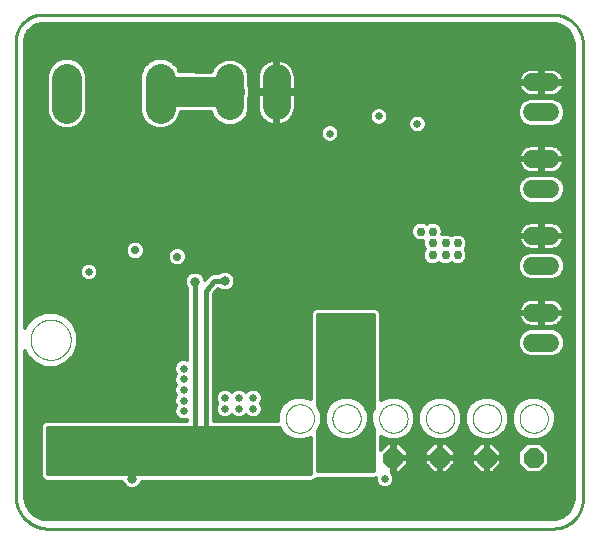
<source format=gbl>
G75*
%MOIN*%
%OFA0B0*%
%FSLAX25Y25*%
%IPPOS*%
%LPD*%
%AMOC8*
5,1,8,0,0,1.08239X$1,22.5*
%
%ADD10C,0.01000*%
%ADD11C,0.00000*%
%ADD12OC8,0.06600*%
%ADD13C,0.06000*%
%ADD14C,0.10000*%
%ADD15C,0.09449*%
%ADD16C,0.01200*%
%ADD17C,0.02500*%
%ADD18C,0.02775*%
%ADD19C,0.03750*%
%ADD20C,0.03169*%
%ADD21C,0.02578*%
%ADD22C,0.02972*%
%ADD23C,0.01600*%
D10*
X0023254Y0014828D02*
X0192545Y0014828D01*
X0192783Y0014831D01*
X0193021Y0014839D01*
X0193258Y0014854D01*
X0193495Y0014874D01*
X0193731Y0014900D01*
X0193967Y0014931D01*
X0194202Y0014968D01*
X0194436Y0015011D01*
X0194669Y0015060D01*
X0194901Y0015114D01*
X0195131Y0015174D01*
X0195360Y0015239D01*
X0195587Y0015310D01*
X0195812Y0015386D01*
X0196035Y0015468D01*
X0196257Y0015555D01*
X0196476Y0015647D01*
X0196693Y0015745D01*
X0196907Y0015847D01*
X0197119Y0015955D01*
X0197329Y0016069D01*
X0197535Y0016187D01*
X0197739Y0016310D01*
X0197939Y0016438D01*
X0198136Y0016570D01*
X0198331Y0016708D01*
X0198521Y0016850D01*
X0198709Y0016997D01*
X0198892Y0017148D01*
X0199072Y0017303D01*
X0199248Y0017463D01*
X0199420Y0017627D01*
X0199589Y0017796D01*
X0199753Y0017968D01*
X0199913Y0018144D01*
X0200068Y0018324D01*
X0200219Y0018507D01*
X0200366Y0018695D01*
X0200508Y0018885D01*
X0200646Y0019080D01*
X0200778Y0019277D01*
X0200906Y0019477D01*
X0201029Y0019681D01*
X0201147Y0019887D01*
X0201261Y0020097D01*
X0201369Y0020309D01*
X0201471Y0020523D01*
X0201569Y0020740D01*
X0201661Y0020959D01*
X0201748Y0021181D01*
X0201830Y0021404D01*
X0201906Y0021629D01*
X0201977Y0021856D01*
X0202042Y0022085D01*
X0202102Y0022315D01*
X0202156Y0022547D01*
X0202205Y0022780D01*
X0202248Y0023014D01*
X0202285Y0023249D01*
X0202316Y0023485D01*
X0202342Y0023721D01*
X0202362Y0023958D01*
X0202377Y0024195D01*
X0202385Y0024433D01*
X0202388Y0024671D01*
X0202387Y0024671D02*
X0202387Y0176246D01*
X0202388Y0176246D02*
X0202385Y0176484D01*
X0202377Y0176722D01*
X0202362Y0176959D01*
X0202342Y0177196D01*
X0202316Y0177432D01*
X0202285Y0177668D01*
X0202248Y0177903D01*
X0202205Y0178137D01*
X0202156Y0178370D01*
X0202102Y0178602D01*
X0202042Y0178832D01*
X0201977Y0179061D01*
X0201906Y0179288D01*
X0201830Y0179513D01*
X0201748Y0179736D01*
X0201661Y0179958D01*
X0201569Y0180177D01*
X0201471Y0180394D01*
X0201369Y0180608D01*
X0201261Y0180820D01*
X0201147Y0181030D01*
X0201029Y0181236D01*
X0200906Y0181440D01*
X0200778Y0181640D01*
X0200646Y0181837D01*
X0200508Y0182032D01*
X0200366Y0182222D01*
X0200219Y0182410D01*
X0200068Y0182593D01*
X0199913Y0182773D01*
X0199753Y0182949D01*
X0199589Y0183121D01*
X0199420Y0183290D01*
X0199248Y0183454D01*
X0199072Y0183614D01*
X0198892Y0183769D01*
X0198709Y0183920D01*
X0198521Y0184067D01*
X0198331Y0184209D01*
X0198136Y0184347D01*
X0197939Y0184479D01*
X0197739Y0184607D01*
X0197535Y0184730D01*
X0197329Y0184848D01*
X0197119Y0184962D01*
X0196907Y0185070D01*
X0196693Y0185172D01*
X0196476Y0185270D01*
X0196257Y0185362D01*
X0196035Y0185449D01*
X0195812Y0185531D01*
X0195587Y0185607D01*
X0195360Y0185678D01*
X0195131Y0185743D01*
X0194901Y0185803D01*
X0194669Y0185857D01*
X0194436Y0185906D01*
X0194202Y0185949D01*
X0193967Y0185986D01*
X0193731Y0186017D01*
X0193495Y0186043D01*
X0193258Y0186063D01*
X0193021Y0186078D01*
X0192783Y0186086D01*
X0192545Y0186089D01*
X0192545Y0186088D02*
X0023254Y0186088D01*
X0013411Y0178214D02*
X0013411Y0026639D01*
X0013412Y0026639D02*
X0013391Y0026373D01*
X0013376Y0026107D01*
X0013369Y0025840D01*
X0013367Y0025573D01*
X0013373Y0025307D01*
X0013384Y0025040D01*
X0013403Y0024774D01*
X0013428Y0024508D01*
X0013459Y0024243D01*
X0013497Y0023979D01*
X0013541Y0023716D01*
X0013592Y0023454D01*
X0013649Y0023194D01*
X0013713Y0022934D01*
X0013783Y0022677D01*
X0013859Y0022421D01*
X0013942Y0022167D01*
X0014030Y0021916D01*
X0014125Y0021666D01*
X0014226Y0021419D01*
X0014333Y0021175D01*
X0014446Y0020933D01*
X0014565Y0020694D01*
X0014689Y0020459D01*
X0014820Y0020226D01*
X0014956Y0019996D01*
X0015098Y0019770D01*
X0015245Y0019548D01*
X0015397Y0019329D01*
X0015555Y0019114D01*
X0015718Y0018903D01*
X0015887Y0018696D01*
X0016060Y0018493D01*
X0016238Y0018294D01*
X0016421Y0018100D01*
X0016609Y0017910D01*
X0016801Y0017726D01*
X0016998Y0017545D01*
X0017199Y0017370D01*
X0017405Y0017200D01*
X0017614Y0017035D01*
X0017828Y0016875D01*
X0018045Y0016720D01*
X0018266Y0016571D01*
X0018491Y0016427D01*
X0018719Y0016289D01*
X0018951Y0016156D01*
X0019186Y0016029D01*
X0019423Y0015908D01*
X0019664Y0015793D01*
X0019907Y0015684D01*
X0020153Y0015581D01*
X0020402Y0015483D01*
X0020653Y0015392D01*
X0020906Y0015307D01*
X0021161Y0015229D01*
X0021417Y0015156D01*
X0021676Y0015090D01*
X0021936Y0015031D01*
X0022197Y0014977D01*
X0022460Y0014930D01*
X0022724Y0014890D01*
X0022988Y0014856D01*
X0023254Y0014829D01*
X0013411Y0178214D02*
X0013437Y0178428D01*
X0013468Y0178641D01*
X0013505Y0178853D01*
X0013547Y0179065D01*
X0013594Y0179275D01*
X0013646Y0179484D01*
X0013703Y0179692D01*
X0013765Y0179898D01*
X0013832Y0180103D01*
X0013903Y0180306D01*
X0013980Y0180507D01*
X0014062Y0180706D01*
X0014148Y0180904D01*
X0014239Y0181099D01*
X0014335Y0181292D01*
X0014436Y0181482D01*
X0014541Y0181670D01*
X0014650Y0181856D01*
X0014764Y0182038D01*
X0014883Y0182218D01*
X0015005Y0182395D01*
X0015132Y0182569D01*
X0015263Y0182740D01*
X0015399Y0182908D01*
X0015538Y0183072D01*
X0015681Y0183233D01*
X0015828Y0183391D01*
X0015979Y0183544D01*
X0016133Y0183695D01*
X0016291Y0183841D01*
X0016453Y0183984D01*
X0016617Y0184122D01*
X0016786Y0184257D01*
X0016957Y0184387D01*
X0017131Y0184513D01*
X0017309Y0184635D01*
X0017489Y0184753D01*
X0017673Y0184866D01*
X0017858Y0184975D01*
X0018047Y0185080D01*
X0018238Y0185179D01*
X0018431Y0185274D01*
X0018627Y0185365D01*
X0018824Y0185450D01*
X0019024Y0185531D01*
X0019225Y0185607D01*
X0019429Y0185678D01*
X0019634Y0185744D01*
X0019840Y0185806D01*
X0020048Y0185862D01*
X0020257Y0185913D01*
X0020468Y0185959D01*
X0020679Y0186000D01*
X0020892Y0186036D01*
X0021105Y0186067D01*
X0021319Y0186092D01*
X0021533Y0186113D01*
X0021748Y0186128D01*
X0021963Y0186138D01*
X0022178Y0186143D01*
X0022394Y0186142D01*
X0022609Y0186137D01*
X0022824Y0186126D01*
X0023039Y0186110D01*
X0023253Y0186088D01*
D11*
X0018293Y0077761D02*
X0018295Y0077925D01*
X0018301Y0078089D01*
X0018311Y0078253D01*
X0018325Y0078417D01*
X0018343Y0078580D01*
X0018365Y0078743D01*
X0018392Y0078905D01*
X0018422Y0079067D01*
X0018456Y0079227D01*
X0018494Y0079387D01*
X0018535Y0079546D01*
X0018581Y0079704D01*
X0018631Y0079860D01*
X0018684Y0080016D01*
X0018741Y0080170D01*
X0018802Y0080322D01*
X0018867Y0080473D01*
X0018936Y0080623D01*
X0019008Y0080770D01*
X0019083Y0080916D01*
X0019163Y0081060D01*
X0019245Y0081202D01*
X0019331Y0081342D01*
X0019421Y0081479D01*
X0019514Y0081615D01*
X0019610Y0081748D01*
X0019710Y0081879D01*
X0019812Y0082007D01*
X0019918Y0082133D01*
X0020027Y0082256D01*
X0020139Y0082376D01*
X0020253Y0082494D01*
X0020371Y0082608D01*
X0020491Y0082720D01*
X0020614Y0082829D01*
X0020740Y0082935D01*
X0020868Y0083037D01*
X0020999Y0083137D01*
X0021132Y0083233D01*
X0021268Y0083326D01*
X0021405Y0083416D01*
X0021545Y0083502D01*
X0021687Y0083584D01*
X0021831Y0083664D01*
X0021977Y0083739D01*
X0022124Y0083811D01*
X0022274Y0083880D01*
X0022425Y0083945D01*
X0022577Y0084006D01*
X0022731Y0084063D01*
X0022887Y0084116D01*
X0023043Y0084166D01*
X0023201Y0084212D01*
X0023360Y0084253D01*
X0023520Y0084291D01*
X0023680Y0084325D01*
X0023842Y0084355D01*
X0024004Y0084382D01*
X0024167Y0084404D01*
X0024330Y0084422D01*
X0024494Y0084436D01*
X0024658Y0084446D01*
X0024822Y0084452D01*
X0024986Y0084454D01*
X0025150Y0084452D01*
X0025314Y0084446D01*
X0025478Y0084436D01*
X0025642Y0084422D01*
X0025805Y0084404D01*
X0025968Y0084382D01*
X0026130Y0084355D01*
X0026292Y0084325D01*
X0026452Y0084291D01*
X0026612Y0084253D01*
X0026771Y0084212D01*
X0026929Y0084166D01*
X0027085Y0084116D01*
X0027241Y0084063D01*
X0027395Y0084006D01*
X0027547Y0083945D01*
X0027698Y0083880D01*
X0027848Y0083811D01*
X0027995Y0083739D01*
X0028141Y0083664D01*
X0028285Y0083584D01*
X0028427Y0083502D01*
X0028567Y0083416D01*
X0028704Y0083326D01*
X0028840Y0083233D01*
X0028973Y0083137D01*
X0029104Y0083037D01*
X0029232Y0082935D01*
X0029358Y0082829D01*
X0029481Y0082720D01*
X0029601Y0082608D01*
X0029719Y0082494D01*
X0029833Y0082376D01*
X0029945Y0082256D01*
X0030054Y0082133D01*
X0030160Y0082007D01*
X0030262Y0081879D01*
X0030362Y0081748D01*
X0030458Y0081615D01*
X0030551Y0081479D01*
X0030641Y0081342D01*
X0030727Y0081202D01*
X0030809Y0081060D01*
X0030889Y0080916D01*
X0030964Y0080770D01*
X0031036Y0080623D01*
X0031105Y0080473D01*
X0031170Y0080322D01*
X0031231Y0080170D01*
X0031288Y0080016D01*
X0031341Y0079860D01*
X0031391Y0079704D01*
X0031437Y0079546D01*
X0031478Y0079387D01*
X0031516Y0079227D01*
X0031550Y0079067D01*
X0031580Y0078905D01*
X0031607Y0078743D01*
X0031629Y0078580D01*
X0031647Y0078417D01*
X0031661Y0078253D01*
X0031671Y0078089D01*
X0031677Y0077925D01*
X0031679Y0077761D01*
X0031677Y0077597D01*
X0031671Y0077433D01*
X0031661Y0077269D01*
X0031647Y0077105D01*
X0031629Y0076942D01*
X0031607Y0076779D01*
X0031580Y0076617D01*
X0031550Y0076455D01*
X0031516Y0076295D01*
X0031478Y0076135D01*
X0031437Y0075976D01*
X0031391Y0075818D01*
X0031341Y0075662D01*
X0031288Y0075506D01*
X0031231Y0075352D01*
X0031170Y0075200D01*
X0031105Y0075049D01*
X0031036Y0074899D01*
X0030964Y0074752D01*
X0030889Y0074606D01*
X0030809Y0074462D01*
X0030727Y0074320D01*
X0030641Y0074180D01*
X0030551Y0074043D01*
X0030458Y0073907D01*
X0030362Y0073774D01*
X0030262Y0073643D01*
X0030160Y0073515D01*
X0030054Y0073389D01*
X0029945Y0073266D01*
X0029833Y0073146D01*
X0029719Y0073028D01*
X0029601Y0072914D01*
X0029481Y0072802D01*
X0029358Y0072693D01*
X0029232Y0072587D01*
X0029104Y0072485D01*
X0028973Y0072385D01*
X0028840Y0072289D01*
X0028704Y0072196D01*
X0028567Y0072106D01*
X0028427Y0072020D01*
X0028285Y0071938D01*
X0028141Y0071858D01*
X0027995Y0071783D01*
X0027848Y0071711D01*
X0027698Y0071642D01*
X0027547Y0071577D01*
X0027395Y0071516D01*
X0027241Y0071459D01*
X0027085Y0071406D01*
X0026929Y0071356D01*
X0026771Y0071310D01*
X0026612Y0071269D01*
X0026452Y0071231D01*
X0026292Y0071197D01*
X0026130Y0071167D01*
X0025968Y0071140D01*
X0025805Y0071118D01*
X0025642Y0071100D01*
X0025478Y0071086D01*
X0025314Y0071076D01*
X0025150Y0071070D01*
X0024986Y0071068D01*
X0024822Y0071070D01*
X0024658Y0071076D01*
X0024494Y0071086D01*
X0024330Y0071100D01*
X0024167Y0071118D01*
X0024004Y0071140D01*
X0023842Y0071167D01*
X0023680Y0071197D01*
X0023520Y0071231D01*
X0023360Y0071269D01*
X0023201Y0071310D01*
X0023043Y0071356D01*
X0022887Y0071406D01*
X0022731Y0071459D01*
X0022577Y0071516D01*
X0022425Y0071577D01*
X0022274Y0071642D01*
X0022124Y0071711D01*
X0021977Y0071783D01*
X0021831Y0071858D01*
X0021687Y0071938D01*
X0021545Y0072020D01*
X0021405Y0072106D01*
X0021268Y0072196D01*
X0021132Y0072289D01*
X0020999Y0072385D01*
X0020868Y0072485D01*
X0020740Y0072587D01*
X0020614Y0072693D01*
X0020491Y0072802D01*
X0020371Y0072914D01*
X0020253Y0073028D01*
X0020139Y0073146D01*
X0020027Y0073266D01*
X0019918Y0073389D01*
X0019812Y0073515D01*
X0019710Y0073643D01*
X0019610Y0073774D01*
X0019514Y0073907D01*
X0019421Y0074043D01*
X0019331Y0074180D01*
X0019245Y0074320D01*
X0019163Y0074462D01*
X0019083Y0074606D01*
X0019008Y0074752D01*
X0018936Y0074899D01*
X0018867Y0075049D01*
X0018802Y0075200D01*
X0018741Y0075352D01*
X0018684Y0075506D01*
X0018631Y0075662D01*
X0018581Y0075818D01*
X0018535Y0075976D01*
X0018494Y0076135D01*
X0018456Y0076295D01*
X0018422Y0076455D01*
X0018392Y0076617D01*
X0018365Y0076779D01*
X0018343Y0076942D01*
X0018325Y0077105D01*
X0018311Y0077269D01*
X0018301Y0077433D01*
X0018295Y0077597D01*
X0018293Y0077761D01*
X0103333Y0051521D02*
X0103335Y0051658D01*
X0103341Y0051796D01*
X0103351Y0051933D01*
X0103365Y0052069D01*
X0103383Y0052206D01*
X0103405Y0052341D01*
X0103431Y0052476D01*
X0103460Y0052610D01*
X0103494Y0052744D01*
X0103531Y0052876D01*
X0103573Y0053007D01*
X0103618Y0053137D01*
X0103667Y0053265D01*
X0103719Y0053392D01*
X0103776Y0053517D01*
X0103835Y0053641D01*
X0103899Y0053763D01*
X0103966Y0053883D01*
X0104036Y0054001D01*
X0104110Y0054117D01*
X0104187Y0054231D01*
X0104268Y0054342D01*
X0104351Y0054451D01*
X0104438Y0054558D01*
X0104528Y0054661D01*
X0104621Y0054763D01*
X0104717Y0054861D01*
X0104815Y0054957D01*
X0104917Y0055050D01*
X0105020Y0055140D01*
X0105127Y0055227D01*
X0105236Y0055310D01*
X0105347Y0055391D01*
X0105461Y0055468D01*
X0105577Y0055542D01*
X0105695Y0055612D01*
X0105815Y0055679D01*
X0105937Y0055743D01*
X0106061Y0055802D01*
X0106186Y0055859D01*
X0106313Y0055911D01*
X0106441Y0055960D01*
X0106571Y0056005D01*
X0106702Y0056047D01*
X0106834Y0056084D01*
X0106968Y0056118D01*
X0107102Y0056147D01*
X0107237Y0056173D01*
X0107372Y0056195D01*
X0107509Y0056213D01*
X0107645Y0056227D01*
X0107782Y0056237D01*
X0107920Y0056243D01*
X0108057Y0056245D01*
X0108194Y0056243D01*
X0108332Y0056237D01*
X0108469Y0056227D01*
X0108605Y0056213D01*
X0108742Y0056195D01*
X0108877Y0056173D01*
X0109012Y0056147D01*
X0109146Y0056118D01*
X0109280Y0056084D01*
X0109412Y0056047D01*
X0109543Y0056005D01*
X0109673Y0055960D01*
X0109801Y0055911D01*
X0109928Y0055859D01*
X0110053Y0055802D01*
X0110177Y0055743D01*
X0110299Y0055679D01*
X0110419Y0055612D01*
X0110537Y0055542D01*
X0110653Y0055468D01*
X0110767Y0055391D01*
X0110878Y0055310D01*
X0110987Y0055227D01*
X0111094Y0055140D01*
X0111197Y0055050D01*
X0111299Y0054957D01*
X0111397Y0054861D01*
X0111493Y0054763D01*
X0111586Y0054661D01*
X0111676Y0054558D01*
X0111763Y0054451D01*
X0111846Y0054342D01*
X0111927Y0054231D01*
X0112004Y0054117D01*
X0112078Y0054001D01*
X0112148Y0053883D01*
X0112215Y0053763D01*
X0112279Y0053641D01*
X0112338Y0053517D01*
X0112395Y0053392D01*
X0112447Y0053265D01*
X0112496Y0053137D01*
X0112541Y0053007D01*
X0112583Y0052876D01*
X0112620Y0052744D01*
X0112654Y0052610D01*
X0112683Y0052476D01*
X0112709Y0052341D01*
X0112731Y0052206D01*
X0112749Y0052069D01*
X0112763Y0051933D01*
X0112773Y0051796D01*
X0112779Y0051658D01*
X0112781Y0051521D01*
X0112779Y0051384D01*
X0112773Y0051246D01*
X0112763Y0051109D01*
X0112749Y0050973D01*
X0112731Y0050836D01*
X0112709Y0050701D01*
X0112683Y0050566D01*
X0112654Y0050432D01*
X0112620Y0050298D01*
X0112583Y0050166D01*
X0112541Y0050035D01*
X0112496Y0049905D01*
X0112447Y0049777D01*
X0112395Y0049650D01*
X0112338Y0049525D01*
X0112279Y0049401D01*
X0112215Y0049279D01*
X0112148Y0049159D01*
X0112078Y0049041D01*
X0112004Y0048925D01*
X0111927Y0048811D01*
X0111846Y0048700D01*
X0111763Y0048591D01*
X0111676Y0048484D01*
X0111586Y0048381D01*
X0111493Y0048279D01*
X0111397Y0048181D01*
X0111299Y0048085D01*
X0111197Y0047992D01*
X0111094Y0047902D01*
X0110987Y0047815D01*
X0110878Y0047732D01*
X0110767Y0047651D01*
X0110653Y0047574D01*
X0110537Y0047500D01*
X0110419Y0047430D01*
X0110299Y0047363D01*
X0110177Y0047299D01*
X0110053Y0047240D01*
X0109928Y0047183D01*
X0109801Y0047131D01*
X0109673Y0047082D01*
X0109543Y0047037D01*
X0109412Y0046995D01*
X0109280Y0046958D01*
X0109146Y0046924D01*
X0109012Y0046895D01*
X0108877Y0046869D01*
X0108742Y0046847D01*
X0108605Y0046829D01*
X0108469Y0046815D01*
X0108332Y0046805D01*
X0108194Y0046799D01*
X0108057Y0046797D01*
X0107920Y0046799D01*
X0107782Y0046805D01*
X0107645Y0046815D01*
X0107509Y0046829D01*
X0107372Y0046847D01*
X0107237Y0046869D01*
X0107102Y0046895D01*
X0106968Y0046924D01*
X0106834Y0046958D01*
X0106702Y0046995D01*
X0106571Y0047037D01*
X0106441Y0047082D01*
X0106313Y0047131D01*
X0106186Y0047183D01*
X0106061Y0047240D01*
X0105937Y0047299D01*
X0105815Y0047363D01*
X0105695Y0047430D01*
X0105577Y0047500D01*
X0105461Y0047574D01*
X0105347Y0047651D01*
X0105236Y0047732D01*
X0105127Y0047815D01*
X0105020Y0047902D01*
X0104917Y0047992D01*
X0104815Y0048085D01*
X0104717Y0048181D01*
X0104621Y0048279D01*
X0104528Y0048381D01*
X0104438Y0048484D01*
X0104351Y0048591D01*
X0104268Y0048700D01*
X0104187Y0048811D01*
X0104110Y0048925D01*
X0104036Y0049041D01*
X0103966Y0049159D01*
X0103899Y0049279D01*
X0103835Y0049401D01*
X0103776Y0049525D01*
X0103719Y0049650D01*
X0103667Y0049777D01*
X0103618Y0049905D01*
X0103573Y0050035D01*
X0103531Y0050166D01*
X0103494Y0050298D01*
X0103460Y0050432D01*
X0103431Y0050566D01*
X0103405Y0050701D01*
X0103383Y0050836D01*
X0103365Y0050973D01*
X0103351Y0051109D01*
X0103341Y0051246D01*
X0103335Y0051384D01*
X0103333Y0051521D01*
X0118923Y0051521D02*
X0118925Y0051658D01*
X0118931Y0051796D01*
X0118941Y0051933D01*
X0118955Y0052069D01*
X0118973Y0052206D01*
X0118995Y0052341D01*
X0119021Y0052476D01*
X0119050Y0052610D01*
X0119084Y0052744D01*
X0119121Y0052876D01*
X0119163Y0053007D01*
X0119208Y0053137D01*
X0119257Y0053265D01*
X0119309Y0053392D01*
X0119366Y0053517D01*
X0119425Y0053641D01*
X0119489Y0053763D01*
X0119556Y0053883D01*
X0119626Y0054001D01*
X0119700Y0054117D01*
X0119777Y0054231D01*
X0119858Y0054342D01*
X0119941Y0054451D01*
X0120028Y0054558D01*
X0120118Y0054661D01*
X0120211Y0054763D01*
X0120307Y0054861D01*
X0120405Y0054957D01*
X0120507Y0055050D01*
X0120610Y0055140D01*
X0120717Y0055227D01*
X0120826Y0055310D01*
X0120937Y0055391D01*
X0121051Y0055468D01*
X0121167Y0055542D01*
X0121285Y0055612D01*
X0121405Y0055679D01*
X0121527Y0055743D01*
X0121651Y0055802D01*
X0121776Y0055859D01*
X0121903Y0055911D01*
X0122031Y0055960D01*
X0122161Y0056005D01*
X0122292Y0056047D01*
X0122424Y0056084D01*
X0122558Y0056118D01*
X0122692Y0056147D01*
X0122827Y0056173D01*
X0122962Y0056195D01*
X0123099Y0056213D01*
X0123235Y0056227D01*
X0123372Y0056237D01*
X0123510Y0056243D01*
X0123647Y0056245D01*
X0123784Y0056243D01*
X0123922Y0056237D01*
X0124059Y0056227D01*
X0124195Y0056213D01*
X0124332Y0056195D01*
X0124467Y0056173D01*
X0124602Y0056147D01*
X0124736Y0056118D01*
X0124870Y0056084D01*
X0125002Y0056047D01*
X0125133Y0056005D01*
X0125263Y0055960D01*
X0125391Y0055911D01*
X0125518Y0055859D01*
X0125643Y0055802D01*
X0125767Y0055743D01*
X0125889Y0055679D01*
X0126009Y0055612D01*
X0126127Y0055542D01*
X0126243Y0055468D01*
X0126357Y0055391D01*
X0126468Y0055310D01*
X0126577Y0055227D01*
X0126684Y0055140D01*
X0126787Y0055050D01*
X0126889Y0054957D01*
X0126987Y0054861D01*
X0127083Y0054763D01*
X0127176Y0054661D01*
X0127266Y0054558D01*
X0127353Y0054451D01*
X0127436Y0054342D01*
X0127517Y0054231D01*
X0127594Y0054117D01*
X0127668Y0054001D01*
X0127738Y0053883D01*
X0127805Y0053763D01*
X0127869Y0053641D01*
X0127928Y0053517D01*
X0127985Y0053392D01*
X0128037Y0053265D01*
X0128086Y0053137D01*
X0128131Y0053007D01*
X0128173Y0052876D01*
X0128210Y0052744D01*
X0128244Y0052610D01*
X0128273Y0052476D01*
X0128299Y0052341D01*
X0128321Y0052206D01*
X0128339Y0052069D01*
X0128353Y0051933D01*
X0128363Y0051796D01*
X0128369Y0051658D01*
X0128371Y0051521D01*
X0128369Y0051384D01*
X0128363Y0051246D01*
X0128353Y0051109D01*
X0128339Y0050973D01*
X0128321Y0050836D01*
X0128299Y0050701D01*
X0128273Y0050566D01*
X0128244Y0050432D01*
X0128210Y0050298D01*
X0128173Y0050166D01*
X0128131Y0050035D01*
X0128086Y0049905D01*
X0128037Y0049777D01*
X0127985Y0049650D01*
X0127928Y0049525D01*
X0127869Y0049401D01*
X0127805Y0049279D01*
X0127738Y0049159D01*
X0127668Y0049041D01*
X0127594Y0048925D01*
X0127517Y0048811D01*
X0127436Y0048700D01*
X0127353Y0048591D01*
X0127266Y0048484D01*
X0127176Y0048381D01*
X0127083Y0048279D01*
X0126987Y0048181D01*
X0126889Y0048085D01*
X0126787Y0047992D01*
X0126684Y0047902D01*
X0126577Y0047815D01*
X0126468Y0047732D01*
X0126357Y0047651D01*
X0126243Y0047574D01*
X0126127Y0047500D01*
X0126009Y0047430D01*
X0125889Y0047363D01*
X0125767Y0047299D01*
X0125643Y0047240D01*
X0125518Y0047183D01*
X0125391Y0047131D01*
X0125263Y0047082D01*
X0125133Y0047037D01*
X0125002Y0046995D01*
X0124870Y0046958D01*
X0124736Y0046924D01*
X0124602Y0046895D01*
X0124467Y0046869D01*
X0124332Y0046847D01*
X0124195Y0046829D01*
X0124059Y0046815D01*
X0123922Y0046805D01*
X0123784Y0046799D01*
X0123647Y0046797D01*
X0123510Y0046799D01*
X0123372Y0046805D01*
X0123235Y0046815D01*
X0123099Y0046829D01*
X0122962Y0046847D01*
X0122827Y0046869D01*
X0122692Y0046895D01*
X0122558Y0046924D01*
X0122424Y0046958D01*
X0122292Y0046995D01*
X0122161Y0047037D01*
X0122031Y0047082D01*
X0121903Y0047131D01*
X0121776Y0047183D01*
X0121651Y0047240D01*
X0121527Y0047299D01*
X0121405Y0047363D01*
X0121285Y0047430D01*
X0121167Y0047500D01*
X0121051Y0047574D01*
X0120937Y0047651D01*
X0120826Y0047732D01*
X0120717Y0047815D01*
X0120610Y0047902D01*
X0120507Y0047992D01*
X0120405Y0048085D01*
X0120307Y0048181D01*
X0120211Y0048279D01*
X0120118Y0048381D01*
X0120028Y0048484D01*
X0119941Y0048591D01*
X0119858Y0048700D01*
X0119777Y0048811D01*
X0119700Y0048925D01*
X0119626Y0049041D01*
X0119556Y0049159D01*
X0119489Y0049279D01*
X0119425Y0049401D01*
X0119366Y0049525D01*
X0119309Y0049650D01*
X0119257Y0049777D01*
X0119208Y0049905D01*
X0119163Y0050035D01*
X0119121Y0050166D01*
X0119084Y0050298D01*
X0119050Y0050432D01*
X0119021Y0050566D01*
X0118995Y0050701D01*
X0118973Y0050836D01*
X0118955Y0050973D01*
X0118941Y0051109D01*
X0118931Y0051246D01*
X0118925Y0051384D01*
X0118923Y0051521D01*
X0134514Y0051521D02*
X0134516Y0051658D01*
X0134522Y0051796D01*
X0134532Y0051933D01*
X0134546Y0052069D01*
X0134564Y0052206D01*
X0134586Y0052341D01*
X0134612Y0052476D01*
X0134641Y0052610D01*
X0134675Y0052744D01*
X0134712Y0052876D01*
X0134754Y0053007D01*
X0134799Y0053137D01*
X0134848Y0053265D01*
X0134900Y0053392D01*
X0134957Y0053517D01*
X0135016Y0053641D01*
X0135080Y0053763D01*
X0135147Y0053883D01*
X0135217Y0054001D01*
X0135291Y0054117D01*
X0135368Y0054231D01*
X0135449Y0054342D01*
X0135532Y0054451D01*
X0135619Y0054558D01*
X0135709Y0054661D01*
X0135802Y0054763D01*
X0135898Y0054861D01*
X0135996Y0054957D01*
X0136098Y0055050D01*
X0136201Y0055140D01*
X0136308Y0055227D01*
X0136417Y0055310D01*
X0136528Y0055391D01*
X0136642Y0055468D01*
X0136758Y0055542D01*
X0136876Y0055612D01*
X0136996Y0055679D01*
X0137118Y0055743D01*
X0137242Y0055802D01*
X0137367Y0055859D01*
X0137494Y0055911D01*
X0137622Y0055960D01*
X0137752Y0056005D01*
X0137883Y0056047D01*
X0138015Y0056084D01*
X0138149Y0056118D01*
X0138283Y0056147D01*
X0138418Y0056173D01*
X0138553Y0056195D01*
X0138690Y0056213D01*
X0138826Y0056227D01*
X0138963Y0056237D01*
X0139101Y0056243D01*
X0139238Y0056245D01*
X0139375Y0056243D01*
X0139513Y0056237D01*
X0139650Y0056227D01*
X0139786Y0056213D01*
X0139923Y0056195D01*
X0140058Y0056173D01*
X0140193Y0056147D01*
X0140327Y0056118D01*
X0140461Y0056084D01*
X0140593Y0056047D01*
X0140724Y0056005D01*
X0140854Y0055960D01*
X0140982Y0055911D01*
X0141109Y0055859D01*
X0141234Y0055802D01*
X0141358Y0055743D01*
X0141480Y0055679D01*
X0141600Y0055612D01*
X0141718Y0055542D01*
X0141834Y0055468D01*
X0141948Y0055391D01*
X0142059Y0055310D01*
X0142168Y0055227D01*
X0142275Y0055140D01*
X0142378Y0055050D01*
X0142480Y0054957D01*
X0142578Y0054861D01*
X0142674Y0054763D01*
X0142767Y0054661D01*
X0142857Y0054558D01*
X0142944Y0054451D01*
X0143027Y0054342D01*
X0143108Y0054231D01*
X0143185Y0054117D01*
X0143259Y0054001D01*
X0143329Y0053883D01*
X0143396Y0053763D01*
X0143460Y0053641D01*
X0143519Y0053517D01*
X0143576Y0053392D01*
X0143628Y0053265D01*
X0143677Y0053137D01*
X0143722Y0053007D01*
X0143764Y0052876D01*
X0143801Y0052744D01*
X0143835Y0052610D01*
X0143864Y0052476D01*
X0143890Y0052341D01*
X0143912Y0052206D01*
X0143930Y0052069D01*
X0143944Y0051933D01*
X0143954Y0051796D01*
X0143960Y0051658D01*
X0143962Y0051521D01*
X0143960Y0051384D01*
X0143954Y0051246D01*
X0143944Y0051109D01*
X0143930Y0050973D01*
X0143912Y0050836D01*
X0143890Y0050701D01*
X0143864Y0050566D01*
X0143835Y0050432D01*
X0143801Y0050298D01*
X0143764Y0050166D01*
X0143722Y0050035D01*
X0143677Y0049905D01*
X0143628Y0049777D01*
X0143576Y0049650D01*
X0143519Y0049525D01*
X0143460Y0049401D01*
X0143396Y0049279D01*
X0143329Y0049159D01*
X0143259Y0049041D01*
X0143185Y0048925D01*
X0143108Y0048811D01*
X0143027Y0048700D01*
X0142944Y0048591D01*
X0142857Y0048484D01*
X0142767Y0048381D01*
X0142674Y0048279D01*
X0142578Y0048181D01*
X0142480Y0048085D01*
X0142378Y0047992D01*
X0142275Y0047902D01*
X0142168Y0047815D01*
X0142059Y0047732D01*
X0141948Y0047651D01*
X0141834Y0047574D01*
X0141718Y0047500D01*
X0141600Y0047430D01*
X0141480Y0047363D01*
X0141358Y0047299D01*
X0141234Y0047240D01*
X0141109Y0047183D01*
X0140982Y0047131D01*
X0140854Y0047082D01*
X0140724Y0047037D01*
X0140593Y0046995D01*
X0140461Y0046958D01*
X0140327Y0046924D01*
X0140193Y0046895D01*
X0140058Y0046869D01*
X0139923Y0046847D01*
X0139786Y0046829D01*
X0139650Y0046815D01*
X0139513Y0046805D01*
X0139375Y0046799D01*
X0139238Y0046797D01*
X0139101Y0046799D01*
X0138963Y0046805D01*
X0138826Y0046815D01*
X0138690Y0046829D01*
X0138553Y0046847D01*
X0138418Y0046869D01*
X0138283Y0046895D01*
X0138149Y0046924D01*
X0138015Y0046958D01*
X0137883Y0046995D01*
X0137752Y0047037D01*
X0137622Y0047082D01*
X0137494Y0047131D01*
X0137367Y0047183D01*
X0137242Y0047240D01*
X0137118Y0047299D01*
X0136996Y0047363D01*
X0136876Y0047430D01*
X0136758Y0047500D01*
X0136642Y0047574D01*
X0136528Y0047651D01*
X0136417Y0047732D01*
X0136308Y0047815D01*
X0136201Y0047902D01*
X0136098Y0047992D01*
X0135996Y0048085D01*
X0135898Y0048181D01*
X0135802Y0048279D01*
X0135709Y0048381D01*
X0135619Y0048484D01*
X0135532Y0048591D01*
X0135449Y0048700D01*
X0135368Y0048811D01*
X0135291Y0048925D01*
X0135217Y0049041D01*
X0135147Y0049159D01*
X0135080Y0049279D01*
X0135016Y0049401D01*
X0134957Y0049525D01*
X0134900Y0049650D01*
X0134848Y0049777D01*
X0134799Y0049905D01*
X0134754Y0050035D01*
X0134712Y0050166D01*
X0134675Y0050298D01*
X0134641Y0050432D01*
X0134612Y0050566D01*
X0134586Y0050701D01*
X0134564Y0050836D01*
X0134546Y0050973D01*
X0134532Y0051109D01*
X0134522Y0051246D01*
X0134516Y0051384D01*
X0134514Y0051521D01*
X0150104Y0051521D02*
X0150106Y0051658D01*
X0150112Y0051796D01*
X0150122Y0051933D01*
X0150136Y0052069D01*
X0150154Y0052206D01*
X0150176Y0052341D01*
X0150202Y0052476D01*
X0150231Y0052610D01*
X0150265Y0052744D01*
X0150302Y0052876D01*
X0150344Y0053007D01*
X0150389Y0053137D01*
X0150438Y0053265D01*
X0150490Y0053392D01*
X0150547Y0053517D01*
X0150606Y0053641D01*
X0150670Y0053763D01*
X0150737Y0053883D01*
X0150807Y0054001D01*
X0150881Y0054117D01*
X0150958Y0054231D01*
X0151039Y0054342D01*
X0151122Y0054451D01*
X0151209Y0054558D01*
X0151299Y0054661D01*
X0151392Y0054763D01*
X0151488Y0054861D01*
X0151586Y0054957D01*
X0151688Y0055050D01*
X0151791Y0055140D01*
X0151898Y0055227D01*
X0152007Y0055310D01*
X0152118Y0055391D01*
X0152232Y0055468D01*
X0152348Y0055542D01*
X0152466Y0055612D01*
X0152586Y0055679D01*
X0152708Y0055743D01*
X0152832Y0055802D01*
X0152957Y0055859D01*
X0153084Y0055911D01*
X0153212Y0055960D01*
X0153342Y0056005D01*
X0153473Y0056047D01*
X0153605Y0056084D01*
X0153739Y0056118D01*
X0153873Y0056147D01*
X0154008Y0056173D01*
X0154143Y0056195D01*
X0154280Y0056213D01*
X0154416Y0056227D01*
X0154553Y0056237D01*
X0154691Y0056243D01*
X0154828Y0056245D01*
X0154965Y0056243D01*
X0155103Y0056237D01*
X0155240Y0056227D01*
X0155376Y0056213D01*
X0155513Y0056195D01*
X0155648Y0056173D01*
X0155783Y0056147D01*
X0155917Y0056118D01*
X0156051Y0056084D01*
X0156183Y0056047D01*
X0156314Y0056005D01*
X0156444Y0055960D01*
X0156572Y0055911D01*
X0156699Y0055859D01*
X0156824Y0055802D01*
X0156948Y0055743D01*
X0157070Y0055679D01*
X0157190Y0055612D01*
X0157308Y0055542D01*
X0157424Y0055468D01*
X0157538Y0055391D01*
X0157649Y0055310D01*
X0157758Y0055227D01*
X0157865Y0055140D01*
X0157968Y0055050D01*
X0158070Y0054957D01*
X0158168Y0054861D01*
X0158264Y0054763D01*
X0158357Y0054661D01*
X0158447Y0054558D01*
X0158534Y0054451D01*
X0158617Y0054342D01*
X0158698Y0054231D01*
X0158775Y0054117D01*
X0158849Y0054001D01*
X0158919Y0053883D01*
X0158986Y0053763D01*
X0159050Y0053641D01*
X0159109Y0053517D01*
X0159166Y0053392D01*
X0159218Y0053265D01*
X0159267Y0053137D01*
X0159312Y0053007D01*
X0159354Y0052876D01*
X0159391Y0052744D01*
X0159425Y0052610D01*
X0159454Y0052476D01*
X0159480Y0052341D01*
X0159502Y0052206D01*
X0159520Y0052069D01*
X0159534Y0051933D01*
X0159544Y0051796D01*
X0159550Y0051658D01*
X0159552Y0051521D01*
X0159550Y0051384D01*
X0159544Y0051246D01*
X0159534Y0051109D01*
X0159520Y0050973D01*
X0159502Y0050836D01*
X0159480Y0050701D01*
X0159454Y0050566D01*
X0159425Y0050432D01*
X0159391Y0050298D01*
X0159354Y0050166D01*
X0159312Y0050035D01*
X0159267Y0049905D01*
X0159218Y0049777D01*
X0159166Y0049650D01*
X0159109Y0049525D01*
X0159050Y0049401D01*
X0158986Y0049279D01*
X0158919Y0049159D01*
X0158849Y0049041D01*
X0158775Y0048925D01*
X0158698Y0048811D01*
X0158617Y0048700D01*
X0158534Y0048591D01*
X0158447Y0048484D01*
X0158357Y0048381D01*
X0158264Y0048279D01*
X0158168Y0048181D01*
X0158070Y0048085D01*
X0157968Y0047992D01*
X0157865Y0047902D01*
X0157758Y0047815D01*
X0157649Y0047732D01*
X0157538Y0047651D01*
X0157424Y0047574D01*
X0157308Y0047500D01*
X0157190Y0047430D01*
X0157070Y0047363D01*
X0156948Y0047299D01*
X0156824Y0047240D01*
X0156699Y0047183D01*
X0156572Y0047131D01*
X0156444Y0047082D01*
X0156314Y0047037D01*
X0156183Y0046995D01*
X0156051Y0046958D01*
X0155917Y0046924D01*
X0155783Y0046895D01*
X0155648Y0046869D01*
X0155513Y0046847D01*
X0155376Y0046829D01*
X0155240Y0046815D01*
X0155103Y0046805D01*
X0154965Y0046799D01*
X0154828Y0046797D01*
X0154691Y0046799D01*
X0154553Y0046805D01*
X0154416Y0046815D01*
X0154280Y0046829D01*
X0154143Y0046847D01*
X0154008Y0046869D01*
X0153873Y0046895D01*
X0153739Y0046924D01*
X0153605Y0046958D01*
X0153473Y0046995D01*
X0153342Y0047037D01*
X0153212Y0047082D01*
X0153084Y0047131D01*
X0152957Y0047183D01*
X0152832Y0047240D01*
X0152708Y0047299D01*
X0152586Y0047363D01*
X0152466Y0047430D01*
X0152348Y0047500D01*
X0152232Y0047574D01*
X0152118Y0047651D01*
X0152007Y0047732D01*
X0151898Y0047815D01*
X0151791Y0047902D01*
X0151688Y0047992D01*
X0151586Y0048085D01*
X0151488Y0048181D01*
X0151392Y0048279D01*
X0151299Y0048381D01*
X0151209Y0048484D01*
X0151122Y0048591D01*
X0151039Y0048700D01*
X0150958Y0048811D01*
X0150881Y0048925D01*
X0150807Y0049041D01*
X0150737Y0049159D01*
X0150670Y0049279D01*
X0150606Y0049401D01*
X0150547Y0049525D01*
X0150490Y0049650D01*
X0150438Y0049777D01*
X0150389Y0049905D01*
X0150344Y0050035D01*
X0150302Y0050166D01*
X0150265Y0050298D01*
X0150231Y0050432D01*
X0150202Y0050566D01*
X0150176Y0050701D01*
X0150154Y0050836D01*
X0150136Y0050973D01*
X0150122Y0051109D01*
X0150112Y0051246D01*
X0150106Y0051384D01*
X0150104Y0051521D01*
X0165695Y0051521D02*
X0165697Y0051658D01*
X0165703Y0051796D01*
X0165713Y0051933D01*
X0165727Y0052069D01*
X0165745Y0052206D01*
X0165767Y0052341D01*
X0165793Y0052476D01*
X0165822Y0052610D01*
X0165856Y0052744D01*
X0165893Y0052876D01*
X0165935Y0053007D01*
X0165980Y0053137D01*
X0166029Y0053265D01*
X0166081Y0053392D01*
X0166138Y0053517D01*
X0166197Y0053641D01*
X0166261Y0053763D01*
X0166328Y0053883D01*
X0166398Y0054001D01*
X0166472Y0054117D01*
X0166549Y0054231D01*
X0166630Y0054342D01*
X0166713Y0054451D01*
X0166800Y0054558D01*
X0166890Y0054661D01*
X0166983Y0054763D01*
X0167079Y0054861D01*
X0167177Y0054957D01*
X0167279Y0055050D01*
X0167382Y0055140D01*
X0167489Y0055227D01*
X0167598Y0055310D01*
X0167709Y0055391D01*
X0167823Y0055468D01*
X0167939Y0055542D01*
X0168057Y0055612D01*
X0168177Y0055679D01*
X0168299Y0055743D01*
X0168423Y0055802D01*
X0168548Y0055859D01*
X0168675Y0055911D01*
X0168803Y0055960D01*
X0168933Y0056005D01*
X0169064Y0056047D01*
X0169196Y0056084D01*
X0169330Y0056118D01*
X0169464Y0056147D01*
X0169599Y0056173D01*
X0169734Y0056195D01*
X0169871Y0056213D01*
X0170007Y0056227D01*
X0170144Y0056237D01*
X0170282Y0056243D01*
X0170419Y0056245D01*
X0170556Y0056243D01*
X0170694Y0056237D01*
X0170831Y0056227D01*
X0170967Y0056213D01*
X0171104Y0056195D01*
X0171239Y0056173D01*
X0171374Y0056147D01*
X0171508Y0056118D01*
X0171642Y0056084D01*
X0171774Y0056047D01*
X0171905Y0056005D01*
X0172035Y0055960D01*
X0172163Y0055911D01*
X0172290Y0055859D01*
X0172415Y0055802D01*
X0172539Y0055743D01*
X0172661Y0055679D01*
X0172781Y0055612D01*
X0172899Y0055542D01*
X0173015Y0055468D01*
X0173129Y0055391D01*
X0173240Y0055310D01*
X0173349Y0055227D01*
X0173456Y0055140D01*
X0173559Y0055050D01*
X0173661Y0054957D01*
X0173759Y0054861D01*
X0173855Y0054763D01*
X0173948Y0054661D01*
X0174038Y0054558D01*
X0174125Y0054451D01*
X0174208Y0054342D01*
X0174289Y0054231D01*
X0174366Y0054117D01*
X0174440Y0054001D01*
X0174510Y0053883D01*
X0174577Y0053763D01*
X0174641Y0053641D01*
X0174700Y0053517D01*
X0174757Y0053392D01*
X0174809Y0053265D01*
X0174858Y0053137D01*
X0174903Y0053007D01*
X0174945Y0052876D01*
X0174982Y0052744D01*
X0175016Y0052610D01*
X0175045Y0052476D01*
X0175071Y0052341D01*
X0175093Y0052206D01*
X0175111Y0052069D01*
X0175125Y0051933D01*
X0175135Y0051796D01*
X0175141Y0051658D01*
X0175143Y0051521D01*
X0175141Y0051384D01*
X0175135Y0051246D01*
X0175125Y0051109D01*
X0175111Y0050973D01*
X0175093Y0050836D01*
X0175071Y0050701D01*
X0175045Y0050566D01*
X0175016Y0050432D01*
X0174982Y0050298D01*
X0174945Y0050166D01*
X0174903Y0050035D01*
X0174858Y0049905D01*
X0174809Y0049777D01*
X0174757Y0049650D01*
X0174700Y0049525D01*
X0174641Y0049401D01*
X0174577Y0049279D01*
X0174510Y0049159D01*
X0174440Y0049041D01*
X0174366Y0048925D01*
X0174289Y0048811D01*
X0174208Y0048700D01*
X0174125Y0048591D01*
X0174038Y0048484D01*
X0173948Y0048381D01*
X0173855Y0048279D01*
X0173759Y0048181D01*
X0173661Y0048085D01*
X0173559Y0047992D01*
X0173456Y0047902D01*
X0173349Y0047815D01*
X0173240Y0047732D01*
X0173129Y0047651D01*
X0173015Y0047574D01*
X0172899Y0047500D01*
X0172781Y0047430D01*
X0172661Y0047363D01*
X0172539Y0047299D01*
X0172415Y0047240D01*
X0172290Y0047183D01*
X0172163Y0047131D01*
X0172035Y0047082D01*
X0171905Y0047037D01*
X0171774Y0046995D01*
X0171642Y0046958D01*
X0171508Y0046924D01*
X0171374Y0046895D01*
X0171239Y0046869D01*
X0171104Y0046847D01*
X0170967Y0046829D01*
X0170831Y0046815D01*
X0170694Y0046805D01*
X0170556Y0046799D01*
X0170419Y0046797D01*
X0170282Y0046799D01*
X0170144Y0046805D01*
X0170007Y0046815D01*
X0169871Y0046829D01*
X0169734Y0046847D01*
X0169599Y0046869D01*
X0169464Y0046895D01*
X0169330Y0046924D01*
X0169196Y0046958D01*
X0169064Y0046995D01*
X0168933Y0047037D01*
X0168803Y0047082D01*
X0168675Y0047131D01*
X0168548Y0047183D01*
X0168423Y0047240D01*
X0168299Y0047299D01*
X0168177Y0047363D01*
X0168057Y0047430D01*
X0167939Y0047500D01*
X0167823Y0047574D01*
X0167709Y0047651D01*
X0167598Y0047732D01*
X0167489Y0047815D01*
X0167382Y0047902D01*
X0167279Y0047992D01*
X0167177Y0048085D01*
X0167079Y0048181D01*
X0166983Y0048279D01*
X0166890Y0048381D01*
X0166800Y0048484D01*
X0166713Y0048591D01*
X0166630Y0048700D01*
X0166549Y0048811D01*
X0166472Y0048925D01*
X0166398Y0049041D01*
X0166328Y0049159D01*
X0166261Y0049279D01*
X0166197Y0049401D01*
X0166138Y0049525D01*
X0166081Y0049650D01*
X0166029Y0049777D01*
X0165980Y0049905D01*
X0165935Y0050035D01*
X0165893Y0050166D01*
X0165856Y0050298D01*
X0165822Y0050432D01*
X0165793Y0050566D01*
X0165767Y0050701D01*
X0165745Y0050836D01*
X0165727Y0050973D01*
X0165713Y0051109D01*
X0165703Y0051246D01*
X0165697Y0051384D01*
X0165695Y0051521D01*
X0181285Y0051521D02*
X0181287Y0051658D01*
X0181293Y0051796D01*
X0181303Y0051933D01*
X0181317Y0052069D01*
X0181335Y0052206D01*
X0181357Y0052341D01*
X0181383Y0052476D01*
X0181412Y0052610D01*
X0181446Y0052744D01*
X0181483Y0052876D01*
X0181525Y0053007D01*
X0181570Y0053137D01*
X0181619Y0053265D01*
X0181671Y0053392D01*
X0181728Y0053517D01*
X0181787Y0053641D01*
X0181851Y0053763D01*
X0181918Y0053883D01*
X0181988Y0054001D01*
X0182062Y0054117D01*
X0182139Y0054231D01*
X0182220Y0054342D01*
X0182303Y0054451D01*
X0182390Y0054558D01*
X0182480Y0054661D01*
X0182573Y0054763D01*
X0182669Y0054861D01*
X0182767Y0054957D01*
X0182869Y0055050D01*
X0182972Y0055140D01*
X0183079Y0055227D01*
X0183188Y0055310D01*
X0183299Y0055391D01*
X0183413Y0055468D01*
X0183529Y0055542D01*
X0183647Y0055612D01*
X0183767Y0055679D01*
X0183889Y0055743D01*
X0184013Y0055802D01*
X0184138Y0055859D01*
X0184265Y0055911D01*
X0184393Y0055960D01*
X0184523Y0056005D01*
X0184654Y0056047D01*
X0184786Y0056084D01*
X0184920Y0056118D01*
X0185054Y0056147D01*
X0185189Y0056173D01*
X0185324Y0056195D01*
X0185461Y0056213D01*
X0185597Y0056227D01*
X0185734Y0056237D01*
X0185872Y0056243D01*
X0186009Y0056245D01*
X0186146Y0056243D01*
X0186284Y0056237D01*
X0186421Y0056227D01*
X0186557Y0056213D01*
X0186694Y0056195D01*
X0186829Y0056173D01*
X0186964Y0056147D01*
X0187098Y0056118D01*
X0187232Y0056084D01*
X0187364Y0056047D01*
X0187495Y0056005D01*
X0187625Y0055960D01*
X0187753Y0055911D01*
X0187880Y0055859D01*
X0188005Y0055802D01*
X0188129Y0055743D01*
X0188251Y0055679D01*
X0188371Y0055612D01*
X0188489Y0055542D01*
X0188605Y0055468D01*
X0188719Y0055391D01*
X0188830Y0055310D01*
X0188939Y0055227D01*
X0189046Y0055140D01*
X0189149Y0055050D01*
X0189251Y0054957D01*
X0189349Y0054861D01*
X0189445Y0054763D01*
X0189538Y0054661D01*
X0189628Y0054558D01*
X0189715Y0054451D01*
X0189798Y0054342D01*
X0189879Y0054231D01*
X0189956Y0054117D01*
X0190030Y0054001D01*
X0190100Y0053883D01*
X0190167Y0053763D01*
X0190231Y0053641D01*
X0190290Y0053517D01*
X0190347Y0053392D01*
X0190399Y0053265D01*
X0190448Y0053137D01*
X0190493Y0053007D01*
X0190535Y0052876D01*
X0190572Y0052744D01*
X0190606Y0052610D01*
X0190635Y0052476D01*
X0190661Y0052341D01*
X0190683Y0052206D01*
X0190701Y0052069D01*
X0190715Y0051933D01*
X0190725Y0051796D01*
X0190731Y0051658D01*
X0190733Y0051521D01*
X0190731Y0051384D01*
X0190725Y0051246D01*
X0190715Y0051109D01*
X0190701Y0050973D01*
X0190683Y0050836D01*
X0190661Y0050701D01*
X0190635Y0050566D01*
X0190606Y0050432D01*
X0190572Y0050298D01*
X0190535Y0050166D01*
X0190493Y0050035D01*
X0190448Y0049905D01*
X0190399Y0049777D01*
X0190347Y0049650D01*
X0190290Y0049525D01*
X0190231Y0049401D01*
X0190167Y0049279D01*
X0190100Y0049159D01*
X0190030Y0049041D01*
X0189956Y0048925D01*
X0189879Y0048811D01*
X0189798Y0048700D01*
X0189715Y0048591D01*
X0189628Y0048484D01*
X0189538Y0048381D01*
X0189445Y0048279D01*
X0189349Y0048181D01*
X0189251Y0048085D01*
X0189149Y0047992D01*
X0189046Y0047902D01*
X0188939Y0047815D01*
X0188830Y0047732D01*
X0188719Y0047651D01*
X0188605Y0047574D01*
X0188489Y0047500D01*
X0188371Y0047430D01*
X0188251Y0047363D01*
X0188129Y0047299D01*
X0188005Y0047240D01*
X0187880Y0047183D01*
X0187753Y0047131D01*
X0187625Y0047082D01*
X0187495Y0047037D01*
X0187364Y0046995D01*
X0187232Y0046958D01*
X0187098Y0046924D01*
X0186964Y0046895D01*
X0186829Y0046869D01*
X0186694Y0046847D01*
X0186557Y0046829D01*
X0186421Y0046815D01*
X0186284Y0046805D01*
X0186146Y0046799D01*
X0186009Y0046797D01*
X0185872Y0046799D01*
X0185734Y0046805D01*
X0185597Y0046815D01*
X0185461Y0046829D01*
X0185324Y0046847D01*
X0185189Y0046869D01*
X0185054Y0046895D01*
X0184920Y0046924D01*
X0184786Y0046958D01*
X0184654Y0046995D01*
X0184523Y0047037D01*
X0184393Y0047082D01*
X0184265Y0047131D01*
X0184138Y0047183D01*
X0184013Y0047240D01*
X0183889Y0047299D01*
X0183767Y0047363D01*
X0183647Y0047430D01*
X0183529Y0047500D01*
X0183413Y0047574D01*
X0183299Y0047651D01*
X0183188Y0047732D01*
X0183079Y0047815D01*
X0182972Y0047902D01*
X0182869Y0047992D01*
X0182767Y0048085D01*
X0182669Y0048181D01*
X0182573Y0048279D01*
X0182480Y0048381D01*
X0182390Y0048484D01*
X0182303Y0048591D01*
X0182220Y0048700D01*
X0182139Y0048811D01*
X0182062Y0048925D01*
X0181988Y0049041D01*
X0181918Y0049159D01*
X0181851Y0049279D01*
X0181787Y0049401D01*
X0181728Y0049525D01*
X0181671Y0049650D01*
X0181619Y0049777D01*
X0181570Y0049905D01*
X0181525Y0050035D01*
X0181483Y0050166D01*
X0181446Y0050298D01*
X0181412Y0050432D01*
X0181383Y0050566D01*
X0181357Y0050701D01*
X0181335Y0050836D01*
X0181317Y0050973D01*
X0181303Y0051109D01*
X0181293Y0051246D01*
X0181287Y0051384D01*
X0181285Y0051521D01*
D12*
X0185970Y0038332D03*
X0170380Y0038332D03*
X0154789Y0038332D03*
X0139238Y0038332D03*
X0123647Y0038332D03*
X0108057Y0038332D03*
D13*
X0185608Y0076757D02*
X0191608Y0076757D01*
X0191608Y0086757D02*
X0185608Y0086757D01*
X0185608Y0102348D02*
X0191608Y0102348D01*
X0191608Y0112348D02*
X0185608Y0112348D01*
X0185608Y0127939D02*
X0191608Y0127939D01*
X0191608Y0137939D02*
X0185608Y0137939D01*
X0185608Y0153529D02*
X0191608Y0153529D01*
X0191608Y0163529D02*
X0185608Y0163529D01*
D14*
X0084750Y0160261D02*
X0063017Y0160498D01*
X0061624Y0159801D02*
X0063805Y0159080D01*
X0061624Y0154801D02*
X0061624Y0164801D01*
X0030443Y0164801D02*
X0030443Y0154801D01*
D15*
X0084750Y0155537D02*
X0084750Y0164986D01*
X0100340Y0164986D02*
X0100340Y0155537D01*
D16*
X0018268Y0020680D02*
X0020097Y0019079D01*
X0022332Y0018121D01*
X0023460Y0017928D01*
X0192545Y0017928D01*
X0193600Y0018011D01*
X0195606Y0018663D01*
X0197313Y0019903D01*
X0198553Y0021610D01*
X0199204Y0023616D01*
X0199287Y0024671D01*
X0199287Y0176246D01*
X0199204Y0177300D01*
X0198553Y0179307D01*
X0197313Y0181013D01*
X0195606Y0182253D01*
X0193600Y0182905D01*
X0192545Y0182988D01*
X0023694Y0182988D01*
X0023524Y0182939D01*
X0023082Y0182988D01*
X0022637Y0182988D01*
X0022564Y0183018D01*
X0022000Y0183036D01*
X0020218Y0182669D01*
X0018638Y0181769D01*
X0017413Y0180425D01*
X0016664Y0178768D01*
X0016511Y0177971D01*
X0016511Y0081585D01*
X0017108Y0083025D01*
X0019722Y0085640D01*
X0023137Y0087054D01*
X0026834Y0087054D01*
X0030250Y0085640D01*
X0032864Y0083025D01*
X0034279Y0079610D01*
X0034279Y0075913D01*
X0032864Y0072497D01*
X0030250Y0069883D01*
X0026834Y0068469D01*
X0023137Y0068469D01*
X0019722Y0069883D01*
X0017108Y0072497D01*
X0016511Y0073938D01*
X0016511Y0027111D01*
X0016554Y0026973D01*
X0016511Y0026499D01*
X0016511Y0026023D01*
X0016494Y0025981D01*
X0016484Y0025139D01*
X0017022Y0022768D01*
X0018268Y0020680D01*
X0017980Y0021162D02*
X0198227Y0021162D01*
X0198797Y0022361D02*
X0017265Y0022361D01*
X0016843Y0023559D02*
X0199186Y0023559D01*
X0199287Y0024758D02*
X0016570Y0024758D01*
X0016493Y0025956D02*
X0199287Y0025956D01*
X0199287Y0027155D02*
X0016511Y0027155D01*
X0016511Y0028353D02*
X0050890Y0028353D01*
X0051482Y0028108D02*
X0052829Y0028108D01*
X0054073Y0028623D01*
X0055025Y0029575D01*
X0055407Y0030499D01*
X0112117Y0030499D01*
X0112999Y0030865D01*
X0113648Y0031514D01*
X0113721Y0031483D01*
X0133180Y0031483D01*
X0133354Y0031555D01*
X0133354Y0030749D01*
X0133824Y0029614D01*
X0134693Y0028745D01*
X0135828Y0028275D01*
X0137057Y0028275D01*
X0138192Y0028745D01*
X0139061Y0029614D01*
X0139531Y0030749D01*
X0139531Y0031978D01*
X0139061Y0033114D01*
X0138742Y0033432D01*
X0138834Y0033432D01*
X0138834Y0037928D01*
X0139642Y0037928D01*
X0139642Y0038736D01*
X0144138Y0038736D01*
X0144138Y0040362D01*
X0141267Y0043232D01*
X0139642Y0043232D01*
X0139642Y0038736D01*
X0138834Y0038736D01*
X0138834Y0043232D01*
X0137208Y0043232D01*
X0135102Y0041126D01*
X0135102Y0045306D01*
X0137781Y0044197D01*
X0140695Y0044197D01*
X0143387Y0045312D01*
X0145447Y0047372D01*
X0146562Y0050064D01*
X0146562Y0052978D01*
X0145447Y0055670D01*
X0143387Y0057731D01*
X0140695Y0058846D01*
X0137781Y0058846D01*
X0135102Y0057736D01*
X0135102Y0086329D01*
X0134737Y0087211D01*
X0134062Y0087887D01*
X0133180Y0088252D01*
X0113721Y0088252D01*
X0112839Y0087887D01*
X0112164Y0087211D01*
X0111798Y0086329D01*
X0111798Y0057899D01*
X0109514Y0058846D01*
X0106600Y0058846D01*
X0103908Y0057731D01*
X0101847Y0055670D01*
X0100732Y0052978D01*
X0100732Y0050850D01*
X0079282Y0050850D01*
X0079348Y0092927D01*
X0080781Y0094662D01*
X0080917Y0094662D01*
X0081179Y0094400D01*
X0082423Y0093885D01*
X0083769Y0093885D01*
X0085013Y0094400D01*
X0085965Y0095352D01*
X0086480Y0096596D01*
X0086480Y0097942D01*
X0085965Y0099186D01*
X0085013Y0100138D01*
X0083769Y0100654D01*
X0082423Y0100654D01*
X0081179Y0100138D01*
X0080903Y0099862D01*
X0079938Y0099859D01*
X0079821Y0099895D01*
X0079425Y0099857D01*
X0079027Y0099856D01*
X0078914Y0099808D01*
X0078791Y0099797D01*
X0078440Y0099610D01*
X0078073Y0099457D01*
X0077986Y0099370D01*
X0077878Y0099312D01*
X0077624Y0099005D01*
X0077344Y0098723D01*
X0077297Y0098609D01*
X0076510Y0097657D01*
X0076510Y0097785D01*
X0075995Y0099028D01*
X0075043Y0099980D01*
X0073799Y0100496D01*
X0072453Y0100496D01*
X0071209Y0099980D01*
X0070257Y0099028D01*
X0069742Y0097785D01*
X0069742Y0096438D01*
X0070257Y0095194D01*
X0070543Y0094909D01*
X0070543Y0094822D01*
X0070482Y0070996D01*
X0069931Y0071224D01*
X0068702Y0071224D01*
X0067567Y0070754D01*
X0066698Y0069885D01*
X0066228Y0068750D01*
X0066228Y0067521D01*
X0066698Y0066386D01*
X0066720Y0066364D01*
X0066698Y0066342D01*
X0066228Y0065207D01*
X0066228Y0063978D01*
X0066698Y0062842D01*
X0066720Y0062820D01*
X0066698Y0062799D01*
X0066228Y0061663D01*
X0066228Y0060434D01*
X0066698Y0059299D01*
X0066720Y0059277D01*
X0066698Y0059255D01*
X0066228Y0058120D01*
X0066228Y0056891D01*
X0066698Y0055756D01*
X0066720Y0055734D01*
X0066698Y0055712D01*
X0066228Y0054577D01*
X0066228Y0053348D01*
X0066698Y0052212D01*
X0067567Y0051343D01*
X0068702Y0050873D01*
X0069931Y0050873D01*
X0070431Y0051080D01*
X0070430Y0050850D01*
X0023564Y0050850D01*
X0022681Y0050485D01*
X0022006Y0049810D01*
X0021641Y0048928D01*
X0021641Y0047973D01*
X0021641Y0033377D01*
X0021641Y0032422D01*
X0022006Y0031540D01*
X0022681Y0030865D01*
X0023564Y0030499D01*
X0048904Y0030499D01*
X0049286Y0029575D01*
X0050238Y0028623D01*
X0051482Y0028108D01*
X0053421Y0028353D02*
X0135638Y0028353D01*
X0137247Y0028353D02*
X0199287Y0028353D01*
X0199287Y0029552D02*
X0138999Y0029552D01*
X0139531Y0030750D02*
X0199287Y0030750D01*
X0199287Y0031949D02*
X0139531Y0031949D01*
X0139027Y0033147D02*
X0199287Y0033147D01*
X0199287Y0034346D02*
X0189196Y0034346D01*
X0188083Y0033232D02*
X0191070Y0036220D01*
X0191070Y0040445D01*
X0188083Y0043432D01*
X0183858Y0043432D01*
X0180870Y0040445D01*
X0180870Y0036220D01*
X0183858Y0033232D01*
X0188083Y0033232D01*
X0190395Y0035545D02*
X0199287Y0035545D01*
X0199287Y0036743D02*
X0191070Y0036743D01*
X0191070Y0037942D02*
X0199287Y0037942D01*
X0199287Y0039140D02*
X0191070Y0039140D01*
X0191070Y0040339D02*
X0199287Y0040339D01*
X0199287Y0041537D02*
X0189978Y0041537D01*
X0188779Y0042736D02*
X0199287Y0042736D01*
X0199287Y0043934D02*
X0135102Y0043934D01*
X0135102Y0042736D02*
X0136711Y0042736D01*
X0135513Y0041537D02*
X0135102Y0041537D01*
X0138834Y0041537D02*
X0139642Y0041537D01*
X0139642Y0040339D02*
X0138834Y0040339D01*
X0138834Y0039140D02*
X0139642Y0039140D01*
X0139642Y0037942D02*
X0154385Y0037942D01*
X0154385Y0037928D02*
X0149889Y0037928D01*
X0149889Y0036303D01*
X0152759Y0033432D01*
X0154385Y0033432D01*
X0154385Y0037928D01*
X0155193Y0037928D01*
X0155193Y0033432D01*
X0156819Y0033432D01*
X0159689Y0036303D01*
X0159689Y0037928D01*
X0155193Y0037928D01*
X0155193Y0038736D01*
X0159689Y0038736D01*
X0159689Y0040362D01*
X0156819Y0043232D01*
X0155193Y0043232D01*
X0155193Y0038736D01*
X0154385Y0038736D01*
X0154385Y0037928D01*
X0155193Y0037942D02*
X0169976Y0037942D01*
X0169976Y0037928D02*
X0165480Y0037928D01*
X0165480Y0036303D01*
X0168350Y0033432D01*
X0169976Y0033432D01*
X0169976Y0037928D01*
X0170783Y0037928D01*
X0170783Y0033432D01*
X0172409Y0033432D01*
X0175280Y0036303D01*
X0175280Y0037928D01*
X0170784Y0037928D01*
X0170784Y0038736D01*
X0175280Y0038736D01*
X0175280Y0040362D01*
X0172409Y0043232D01*
X0170783Y0043232D01*
X0170783Y0038736D01*
X0169976Y0038736D01*
X0169976Y0043232D01*
X0168350Y0043232D01*
X0165480Y0040362D01*
X0165480Y0038736D01*
X0169976Y0038736D01*
X0169976Y0037928D01*
X0170784Y0037942D02*
X0180870Y0037942D01*
X0180870Y0039140D02*
X0175280Y0039140D01*
X0175280Y0040339D02*
X0180870Y0040339D01*
X0181962Y0041537D02*
X0174104Y0041537D01*
X0172906Y0042736D02*
X0183161Y0042736D01*
X0184553Y0044197D02*
X0187466Y0044197D01*
X0190158Y0045312D01*
X0192219Y0047372D01*
X0193334Y0050064D01*
X0193334Y0052978D01*
X0192219Y0055670D01*
X0190158Y0057731D01*
X0187466Y0058846D01*
X0184553Y0058846D01*
X0181860Y0057731D01*
X0179800Y0055670D01*
X0178685Y0052978D01*
X0178685Y0050064D01*
X0179800Y0047372D01*
X0181860Y0045312D01*
X0184553Y0044197D01*
X0182293Y0045133D02*
X0174135Y0045133D01*
X0174568Y0045312D02*
X0171876Y0044197D01*
X0168962Y0044197D01*
X0166270Y0045312D01*
X0164210Y0047372D01*
X0163094Y0050064D01*
X0163094Y0052978D01*
X0164210Y0055670D01*
X0166270Y0057731D01*
X0168962Y0058846D01*
X0171876Y0058846D01*
X0174568Y0057731D01*
X0176628Y0055670D01*
X0177743Y0052978D01*
X0177743Y0050064D01*
X0176628Y0047372D01*
X0174568Y0045312D01*
X0175587Y0046331D02*
X0180841Y0046331D01*
X0179735Y0047530D02*
X0176693Y0047530D01*
X0177190Y0048728D02*
X0179238Y0048728D01*
X0178742Y0049927D02*
X0177686Y0049927D01*
X0177743Y0051125D02*
X0178685Y0051125D01*
X0178685Y0052324D02*
X0177743Y0052324D01*
X0177518Y0053522D02*
X0178910Y0053522D01*
X0179407Y0054721D02*
X0177022Y0054721D01*
X0176379Y0055919D02*
X0180049Y0055919D01*
X0181248Y0057118D02*
X0175181Y0057118D01*
X0173154Y0058316D02*
X0183274Y0058316D01*
X0188745Y0058316D02*
X0199287Y0058316D01*
X0199287Y0057118D02*
X0190771Y0057118D01*
X0191970Y0055919D02*
X0199287Y0055919D01*
X0199287Y0054721D02*
X0192612Y0054721D01*
X0193109Y0053522D02*
X0199287Y0053522D01*
X0199287Y0052324D02*
X0193334Y0052324D01*
X0193334Y0051125D02*
X0199287Y0051125D01*
X0199287Y0049927D02*
X0193277Y0049927D01*
X0192780Y0048728D02*
X0199287Y0048728D01*
X0199287Y0047530D02*
X0192284Y0047530D01*
X0191178Y0046331D02*
X0199287Y0046331D01*
X0199287Y0045133D02*
X0189725Y0045133D01*
X0180870Y0036743D02*
X0175280Y0036743D01*
X0174521Y0035545D02*
X0181545Y0035545D01*
X0182744Y0034346D02*
X0173323Y0034346D01*
X0170783Y0034346D02*
X0169976Y0034346D01*
X0169976Y0035545D02*
X0170783Y0035545D01*
X0170783Y0036743D02*
X0169976Y0036743D01*
X0169976Y0039140D02*
X0170783Y0039140D01*
X0170783Y0040339D02*
X0169976Y0040339D01*
X0169976Y0041537D02*
X0170783Y0041537D01*
X0170783Y0042736D02*
X0169976Y0042736D01*
X0167853Y0042736D02*
X0157315Y0042736D01*
X0158514Y0041537D02*
X0166655Y0041537D01*
X0165480Y0040339D02*
X0159689Y0040339D01*
X0159689Y0039140D02*
X0165480Y0039140D01*
X0165480Y0036743D02*
X0159689Y0036743D01*
X0158931Y0035545D02*
X0166238Y0035545D01*
X0167436Y0034346D02*
X0157732Y0034346D01*
X0155193Y0034346D02*
X0154385Y0034346D01*
X0154385Y0035545D02*
X0155193Y0035545D01*
X0155193Y0036743D02*
X0154385Y0036743D01*
X0154385Y0038736D02*
X0149889Y0038736D01*
X0149889Y0040362D01*
X0152759Y0043232D01*
X0154385Y0043232D01*
X0154385Y0038736D01*
X0154385Y0039140D02*
X0155193Y0039140D01*
X0155193Y0040339D02*
X0154385Y0040339D01*
X0154385Y0041537D02*
X0155193Y0041537D01*
X0155193Y0042736D02*
X0154385Y0042736D01*
X0153371Y0044197D02*
X0156285Y0044197D01*
X0158977Y0045312D01*
X0161038Y0047372D01*
X0162153Y0050064D01*
X0162153Y0052978D01*
X0161038Y0055670D01*
X0158977Y0057731D01*
X0156285Y0058846D01*
X0153371Y0058846D01*
X0150679Y0057731D01*
X0148619Y0055670D01*
X0147504Y0052978D01*
X0147504Y0050064D01*
X0148619Y0047372D01*
X0150679Y0045312D01*
X0153371Y0044197D01*
X0152263Y0042736D02*
X0141764Y0042736D01*
X0142963Y0041537D02*
X0151064Y0041537D01*
X0149889Y0040339D02*
X0144138Y0040339D01*
X0144138Y0039140D02*
X0149889Y0039140D01*
X0149889Y0036743D02*
X0144138Y0036743D01*
X0144138Y0036303D02*
X0144138Y0037928D01*
X0139642Y0037928D01*
X0139642Y0033432D01*
X0141267Y0033432D01*
X0144138Y0036303D01*
X0143380Y0035545D02*
X0150647Y0035545D01*
X0151846Y0034346D02*
X0142181Y0034346D01*
X0139642Y0034346D02*
X0138834Y0034346D01*
X0138834Y0035545D02*
X0139642Y0035545D01*
X0139642Y0036743D02*
X0138834Y0036743D01*
X0138834Y0042736D02*
X0139642Y0042736D01*
X0142954Y0045133D02*
X0151112Y0045133D01*
X0149660Y0046331D02*
X0144406Y0046331D01*
X0145512Y0047530D02*
X0148554Y0047530D01*
X0148057Y0048728D02*
X0146009Y0048728D01*
X0146505Y0049927D02*
X0147561Y0049927D01*
X0147504Y0051125D02*
X0146562Y0051125D01*
X0146562Y0052324D02*
X0147504Y0052324D01*
X0147729Y0053522D02*
X0146337Y0053522D01*
X0145840Y0054721D02*
X0148226Y0054721D01*
X0148868Y0055919D02*
X0145198Y0055919D01*
X0144000Y0057118D02*
X0150067Y0057118D01*
X0152093Y0058316D02*
X0141973Y0058316D01*
X0136503Y0058316D02*
X0135102Y0058316D01*
X0135102Y0059515D02*
X0199287Y0059515D01*
X0199287Y0060713D02*
X0135102Y0060713D01*
X0135102Y0061912D02*
X0199287Y0061912D01*
X0199287Y0063110D02*
X0135102Y0063110D01*
X0135102Y0064309D02*
X0199287Y0064309D01*
X0199287Y0065507D02*
X0135102Y0065507D01*
X0135102Y0066706D02*
X0199287Y0066706D01*
X0199287Y0067904D02*
X0135102Y0067904D01*
X0135102Y0069103D02*
X0199287Y0069103D01*
X0199287Y0070301D02*
X0135102Y0070301D01*
X0135102Y0071500D02*
X0199287Y0071500D01*
X0199287Y0072698D02*
X0194337Y0072698D01*
X0194327Y0072688D02*
X0195677Y0074038D01*
X0196408Y0075803D01*
X0196408Y0077712D01*
X0195677Y0079476D01*
X0194327Y0080827D01*
X0192563Y0081557D01*
X0184653Y0081557D01*
X0182889Y0080827D01*
X0181539Y0079476D01*
X0180808Y0077712D01*
X0180808Y0075803D01*
X0181539Y0074038D01*
X0182889Y0072688D01*
X0184653Y0071957D01*
X0192563Y0071957D01*
X0194327Y0072688D01*
X0195535Y0073897D02*
X0199287Y0073897D01*
X0199287Y0075095D02*
X0196115Y0075095D01*
X0196408Y0076294D02*
X0199287Y0076294D01*
X0199287Y0077492D02*
X0196408Y0077492D01*
X0196002Y0078691D02*
X0199287Y0078691D01*
X0199287Y0079889D02*
X0195264Y0079889D01*
X0193696Y0081088D02*
X0199287Y0081088D01*
X0199287Y0082286D02*
X0192733Y0082286D01*
X0192685Y0082271D02*
X0193374Y0082494D01*
X0194019Y0082823D01*
X0194605Y0083249D01*
X0195117Y0083761D01*
X0195542Y0084347D01*
X0195871Y0084992D01*
X0196095Y0085680D01*
X0196202Y0086357D01*
X0189008Y0086357D01*
X0189008Y0082157D01*
X0191970Y0082157D01*
X0192685Y0082271D01*
X0194841Y0083485D02*
X0199287Y0083485D01*
X0199287Y0084683D02*
X0195714Y0084683D01*
X0196127Y0085882D02*
X0199287Y0085882D01*
X0199287Y0087080D02*
X0189008Y0087080D01*
X0189008Y0087157D02*
X0196202Y0087157D01*
X0196095Y0087835D01*
X0195871Y0088523D01*
X0195542Y0089168D01*
X0195117Y0089754D01*
X0194605Y0090266D01*
X0194019Y0090692D01*
X0193374Y0091020D01*
X0192685Y0091244D01*
X0191970Y0091357D01*
X0189008Y0091357D01*
X0189008Y0087158D01*
X0188208Y0087158D01*
X0188208Y0091357D01*
X0185246Y0091357D01*
X0184531Y0091244D01*
X0183842Y0091020D01*
X0183197Y0090692D01*
X0182611Y0090266D01*
X0182099Y0089754D01*
X0181674Y0089168D01*
X0181345Y0088523D01*
X0181121Y0087835D01*
X0181014Y0087157D01*
X0188208Y0087157D01*
X0188208Y0086357D01*
X0189008Y0086357D01*
X0189008Y0087157D01*
X0188208Y0087080D02*
X0134791Y0087080D01*
X0135102Y0085882D02*
X0181089Y0085882D01*
X0181121Y0085680D02*
X0181345Y0084992D01*
X0181674Y0084347D01*
X0182099Y0083761D01*
X0182611Y0083249D01*
X0183197Y0082823D01*
X0183842Y0082494D01*
X0184531Y0082271D01*
X0185246Y0082157D01*
X0188208Y0082157D01*
X0188208Y0086357D01*
X0181014Y0086357D01*
X0181121Y0085680D01*
X0181502Y0084683D02*
X0135102Y0084683D01*
X0135102Y0083485D02*
X0182375Y0083485D01*
X0184482Y0082286D02*
X0135102Y0082286D01*
X0135102Y0081088D02*
X0183520Y0081088D01*
X0181952Y0079889D02*
X0135102Y0079889D01*
X0135102Y0078691D02*
X0181213Y0078691D01*
X0180808Y0077492D02*
X0135102Y0077492D01*
X0135102Y0076294D02*
X0180808Y0076294D01*
X0181101Y0075095D02*
X0135102Y0075095D01*
X0135102Y0073897D02*
X0181680Y0073897D01*
X0182879Y0072698D02*
X0135102Y0072698D01*
X0132702Y0072698D02*
X0114198Y0072698D01*
X0114198Y0071500D02*
X0132702Y0071500D01*
X0132702Y0070301D02*
X0114198Y0070301D01*
X0114198Y0069103D02*
X0132702Y0069103D01*
X0132702Y0067904D02*
X0114198Y0067904D01*
X0114198Y0066706D02*
X0132702Y0066706D01*
X0132702Y0065507D02*
X0114198Y0065507D01*
X0114198Y0064309D02*
X0132702Y0064309D01*
X0132702Y0063110D02*
X0114198Y0063110D01*
X0114198Y0061912D02*
X0132702Y0061912D01*
X0132702Y0060713D02*
X0114198Y0060713D01*
X0114198Y0059515D02*
X0132702Y0059515D01*
X0132702Y0058316D02*
X0126382Y0058316D01*
X0125104Y0058846D02*
X0127796Y0057731D01*
X0129857Y0055670D01*
X0130972Y0052978D01*
X0130972Y0050064D01*
X0129857Y0047372D01*
X0127796Y0045312D01*
X0125104Y0044197D01*
X0122190Y0044197D01*
X0119498Y0045312D01*
X0117438Y0047372D01*
X0116323Y0050064D01*
X0116323Y0052978D01*
X0117438Y0055670D01*
X0119498Y0057731D01*
X0122190Y0058846D01*
X0125104Y0058846D01*
X0128409Y0057118D02*
X0132702Y0057118D01*
X0132702Y0055919D02*
X0129608Y0055919D01*
X0130250Y0054721D02*
X0132635Y0054721D01*
X0132702Y0054883D02*
X0131913Y0052978D01*
X0131913Y0050064D01*
X0132702Y0048160D01*
X0132702Y0033883D01*
X0114198Y0033883D01*
X0114198Y0047305D01*
X0114266Y0047372D01*
X0115381Y0050064D01*
X0115381Y0052978D01*
X0114266Y0055670D01*
X0114198Y0055738D01*
X0114198Y0085852D01*
X0132702Y0085852D01*
X0132702Y0054883D01*
X0132139Y0053522D02*
X0130746Y0053522D01*
X0130972Y0052324D02*
X0131913Y0052324D01*
X0131913Y0051125D02*
X0130972Y0051125D01*
X0130915Y0049927D02*
X0131970Y0049927D01*
X0132467Y0048728D02*
X0130418Y0048728D01*
X0129922Y0047530D02*
X0132702Y0047530D01*
X0132702Y0046331D02*
X0128815Y0046331D01*
X0127363Y0045133D02*
X0132702Y0045133D01*
X0132702Y0043934D02*
X0114198Y0043934D01*
X0114198Y0042736D02*
X0132702Y0042736D01*
X0132702Y0041537D02*
X0114198Y0041537D01*
X0114198Y0040339D02*
X0132702Y0040339D01*
X0132702Y0039140D02*
X0114198Y0039140D01*
X0114198Y0037942D02*
X0132702Y0037942D01*
X0132702Y0036743D02*
X0114198Y0036743D01*
X0114198Y0035545D02*
X0132702Y0035545D01*
X0132702Y0034346D02*
X0114198Y0034346D01*
X0111639Y0034346D02*
X0024041Y0034346D01*
X0024041Y0033147D02*
X0111639Y0033147D01*
X0111639Y0032899D02*
X0024041Y0032899D01*
X0024041Y0048450D01*
X0101401Y0048450D01*
X0101847Y0047372D01*
X0103908Y0045312D01*
X0106600Y0044197D01*
X0109514Y0044197D01*
X0111639Y0045077D01*
X0111639Y0032899D01*
X0112723Y0030750D02*
X0133354Y0030750D01*
X0133886Y0029552D02*
X0055001Y0029552D01*
X0049310Y0029552D02*
X0016511Y0029552D01*
X0016511Y0030750D02*
X0022957Y0030750D01*
X0021837Y0031949D02*
X0016511Y0031949D01*
X0016511Y0033147D02*
X0021641Y0033147D01*
X0021641Y0034346D02*
X0016511Y0034346D01*
X0016511Y0035545D02*
X0021641Y0035545D01*
X0021641Y0036743D02*
X0016511Y0036743D01*
X0016511Y0037942D02*
X0021641Y0037942D01*
X0021641Y0039140D02*
X0016511Y0039140D01*
X0016511Y0040339D02*
X0021641Y0040339D01*
X0021641Y0041537D02*
X0016511Y0041537D01*
X0016511Y0042736D02*
X0021641Y0042736D01*
X0021641Y0043934D02*
X0016511Y0043934D01*
X0016511Y0045133D02*
X0021641Y0045133D01*
X0021641Y0046331D02*
X0016511Y0046331D01*
X0016511Y0047530D02*
X0021641Y0047530D01*
X0021641Y0048728D02*
X0016511Y0048728D01*
X0016511Y0049927D02*
X0022123Y0049927D01*
X0024041Y0047530D02*
X0101782Y0047530D01*
X0102889Y0046331D02*
X0024041Y0046331D01*
X0024041Y0045133D02*
X0104341Y0045133D01*
X0100732Y0051125D02*
X0079283Y0051125D01*
X0079284Y0052324D02*
X0081154Y0052324D01*
X0081346Y0052131D02*
X0082482Y0051661D01*
X0083710Y0051661D01*
X0084846Y0052131D01*
X0085458Y0052743D01*
X0086071Y0052131D01*
X0087206Y0051661D01*
X0088435Y0051661D01*
X0089570Y0052131D01*
X0090183Y0052743D01*
X0090795Y0052131D01*
X0091930Y0051661D01*
X0093159Y0051661D01*
X0094295Y0052131D01*
X0095164Y0053000D01*
X0095634Y0054135D01*
X0095634Y0055364D01*
X0095164Y0056499D01*
X0095142Y0056521D01*
X0095164Y0056543D01*
X0095634Y0057678D01*
X0095634Y0058907D01*
X0095164Y0060043D01*
X0094295Y0060912D01*
X0093159Y0061382D01*
X0091930Y0061382D01*
X0090795Y0060912D01*
X0090183Y0060299D01*
X0089570Y0060912D01*
X0088435Y0061382D01*
X0087206Y0061382D01*
X0086071Y0060912D01*
X0085458Y0060299D01*
X0084846Y0060912D01*
X0083710Y0061382D01*
X0082482Y0061382D01*
X0081346Y0060912D01*
X0080477Y0060043D01*
X0080007Y0058907D01*
X0080007Y0057678D01*
X0080477Y0056543D01*
X0080499Y0056521D01*
X0080477Y0056499D01*
X0080007Y0055364D01*
X0080007Y0054135D01*
X0080477Y0053000D01*
X0081346Y0052131D01*
X0080261Y0053522D02*
X0079286Y0053522D01*
X0079288Y0054721D02*
X0080007Y0054721D01*
X0080237Y0055919D02*
X0079290Y0055919D01*
X0079292Y0057118D02*
X0080239Y0057118D01*
X0080007Y0058316D02*
X0079294Y0058316D01*
X0079296Y0059515D02*
X0080259Y0059515D01*
X0081148Y0060713D02*
X0079298Y0060713D01*
X0079300Y0061912D02*
X0111798Y0061912D01*
X0111798Y0063110D02*
X0079301Y0063110D01*
X0079303Y0064309D02*
X0111798Y0064309D01*
X0111798Y0065507D02*
X0079305Y0065507D01*
X0079307Y0066706D02*
X0111798Y0066706D01*
X0111798Y0067904D02*
X0079309Y0067904D01*
X0079311Y0069103D02*
X0111798Y0069103D01*
X0111798Y0070301D02*
X0079313Y0070301D01*
X0079315Y0071500D02*
X0111798Y0071500D01*
X0111798Y0072698D02*
X0079316Y0072698D01*
X0079318Y0073897D02*
X0111798Y0073897D01*
X0111798Y0075095D02*
X0079320Y0075095D01*
X0079322Y0076294D02*
X0111798Y0076294D01*
X0111798Y0077492D02*
X0079324Y0077492D01*
X0079326Y0078691D02*
X0111798Y0078691D01*
X0111798Y0079889D02*
X0079328Y0079889D01*
X0079330Y0081088D02*
X0111798Y0081088D01*
X0111798Y0082286D02*
X0079331Y0082286D01*
X0079333Y0083485D02*
X0111798Y0083485D01*
X0111798Y0084683D02*
X0079335Y0084683D01*
X0079337Y0085882D02*
X0111798Y0085882D01*
X0112110Y0087080D02*
X0079339Y0087080D01*
X0079341Y0088279D02*
X0181266Y0088279D01*
X0181898Y0089478D02*
X0079343Y0089478D01*
X0079345Y0090676D02*
X0183175Y0090676D01*
X0188208Y0090676D02*
X0189008Y0090676D01*
X0189008Y0089478D02*
X0188208Y0089478D01*
X0188208Y0088279D02*
X0189008Y0088279D01*
X0189008Y0085882D02*
X0188208Y0085882D01*
X0188208Y0084683D02*
X0189008Y0084683D01*
X0189008Y0083485D02*
X0188208Y0083485D01*
X0188208Y0082286D02*
X0189008Y0082286D01*
X0195950Y0088279D02*
X0199287Y0088279D01*
X0199287Y0089478D02*
X0195318Y0089478D01*
X0194040Y0090676D02*
X0199287Y0090676D01*
X0199287Y0091875D02*
X0079346Y0091875D01*
X0079469Y0093073D02*
X0199287Y0093073D01*
X0199287Y0094272D02*
X0084702Y0094272D01*
X0086014Y0095470D02*
X0199287Y0095470D01*
X0199287Y0096669D02*
X0086480Y0096669D01*
X0086480Y0097867D02*
X0183883Y0097867D01*
X0184653Y0097548D02*
X0182889Y0098279D01*
X0181539Y0099629D01*
X0180808Y0101393D01*
X0180808Y0103303D01*
X0181539Y0105067D01*
X0182889Y0106417D01*
X0184653Y0107148D01*
X0192563Y0107148D01*
X0194327Y0106417D01*
X0195677Y0105067D01*
X0196408Y0103303D01*
X0196408Y0101393D01*
X0195677Y0099629D01*
X0194327Y0098279D01*
X0192563Y0097548D01*
X0184653Y0097548D01*
X0182102Y0099066D02*
X0086015Y0099066D01*
X0084709Y0100264D02*
X0181276Y0100264D01*
X0180808Y0101463D02*
X0040732Y0101463D01*
X0040909Y0101033D02*
X0040439Y0102169D01*
X0039570Y0103038D01*
X0038435Y0103508D01*
X0037206Y0103508D01*
X0036071Y0103038D01*
X0035202Y0102169D01*
X0034731Y0101033D01*
X0034731Y0099804D01*
X0035202Y0098669D01*
X0036071Y0097800D01*
X0037206Y0097330D01*
X0038435Y0097330D01*
X0039570Y0097800D01*
X0040439Y0098669D01*
X0040909Y0099804D01*
X0040909Y0101033D01*
X0040909Y0100264D02*
X0071894Y0100264D01*
X0070294Y0099066D02*
X0040603Y0099066D01*
X0039637Y0097867D02*
X0069776Y0097867D01*
X0069742Y0096669D02*
X0016511Y0096669D01*
X0016511Y0097867D02*
X0036004Y0097867D01*
X0035038Y0099066D02*
X0016511Y0099066D01*
X0016511Y0100264D02*
X0034731Y0100264D01*
X0034909Y0101463D02*
X0016511Y0101463D01*
X0016511Y0102661D02*
X0035694Y0102661D01*
X0039947Y0102661D02*
X0065654Y0102661D01*
X0065424Y0102756D02*
X0066596Y0102271D01*
X0067864Y0102271D01*
X0069035Y0102756D01*
X0069932Y0103653D01*
X0070417Y0104824D01*
X0070417Y0106092D01*
X0069932Y0107264D01*
X0069035Y0108160D01*
X0067864Y0108646D01*
X0066596Y0108646D01*
X0065424Y0108160D01*
X0064528Y0107264D01*
X0064043Y0106092D01*
X0064043Y0104824D01*
X0064528Y0103653D01*
X0065424Y0102756D01*
X0064442Y0103860D02*
X0016511Y0103860D01*
X0016511Y0105058D02*
X0051154Y0105058D01*
X0051369Y0104843D02*
X0052541Y0104357D01*
X0053809Y0104357D01*
X0054980Y0104843D01*
X0055877Y0105739D01*
X0056362Y0106911D01*
X0056362Y0108179D01*
X0055877Y0109350D01*
X0054980Y0110247D01*
X0053809Y0110732D01*
X0052541Y0110732D01*
X0051369Y0110247D01*
X0050473Y0109350D01*
X0049987Y0108179D01*
X0049987Y0106911D01*
X0050473Y0105739D01*
X0051369Y0104843D01*
X0050258Y0106257D02*
X0016511Y0106257D01*
X0016511Y0107455D02*
X0049987Y0107455D01*
X0050184Y0108654D02*
X0016511Y0108654D01*
X0016511Y0109852D02*
X0050974Y0109852D01*
X0055375Y0109852D02*
X0149102Y0109852D01*
X0149102Y0109214D02*
X0149602Y0108006D01*
X0149709Y0107899D01*
X0149602Y0107792D01*
X0149102Y0106584D01*
X0149102Y0105277D01*
X0149602Y0104069D01*
X0150526Y0103145D01*
X0151734Y0102645D01*
X0153041Y0102645D01*
X0154249Y0103145D01*
X0154553Y0103449D01*
X0154857Y0103145D01*
X0156065Y0102645D01*
X0157372Y0102645D01*
X0158579Y0103145D01*
X0158687Y0103252D01*
X0158794Y0103145D01*
X0160002Y0102645D01*
X0161309Y0102645D01*
X0162516Y0103145D01*
X0163441Y0104069D01*
X0163941Y0105277D01*
X0163941Y0106584D01*
X0163441Y0107792D01*
X0163333Y0107899D01*
X0163441Y0108006D01*
X0163941Y0109214D01*
X0163941Y0110521D01*
X0163441Y0111729D01*
X0162516Y0112653D01*
X0161309Y0113154D01*
X0160002Y0113154D01*
X0158794Y0112653D01*
X0158687Y0112546D01*
X0158579Y0112653D01*
X0157372Y0113154D01*
X0156065Y0113154D01*
X0155593Y0112958D01*
X0155673Y0113151D01*
X0155673Y0114458D01*
X0155173Y0115666D01*
X0154249Y0116590D01*
X0153041Y0117091D01*
X0151734Y0117091D01*
X0150526Y0116590D01*
X0150419Y0116483D01*
X0150312Y0116590D01*
X0149104Y0117091D01*
X0147797Y0117091D01*
X0146589Y0116590D01*
X0145665Y0115666D01*
X0145165Y0114458D01*
X0145165Y0113151D01*
X0145665Y0111943D01*
X0146589Y0111019D01*
X0147797Y0110519D01*
X0149102Y0110519D01*
X0149102Y0109214D01*
X0149334Y0108654D02*
X0056166Y0108654D01*
X0056362Y0107455D02*
X0064719Y0107455D01*
X0064111Y0106257D02*
X0056091Y0106257D01*
X0055196Y0105058D02*
X0064043Y0105058D01*
X0068806Y0102661D02*
X0151695Y0102661D01*
X0153080Y0102661D02*
X0156025Y0102661D01*
X0157411Y0102661D02*
X0159962Y0102661D01*
X0161348Y0102661D02*
X0180808Y0102661D01*
X0181039Y0103860D02*
X0163231Y0103860D01*
X0163850Y0105058D02*
X0181535Y0105058D01*
X0182728Y0106257D02*
X0163941Y0106257D01*
X0163580Y0107455D02*
X0199287Y0107455D01*
X0199287Y0106257D02*
X0194487Y0106257D01*
X0195681Y0105058D02*
X0199287Y0105058D01*
X0199287Y0103860D02*
X0196177Y0103860D01*
X0196408Y0102661D02*
X0199287Y0102661D01*
X0199287Y0101463D02*
X0196408Y0101463D01*
X0195940Y0100264D02*
X0199287Y0100264D01*
X0199287Y0099066D02*
X0195114Y0099066D01*
X0193333Y0097867D02*
X0199287Y0097867D01*
X0194019Y0108414D02*
X0193374Y0108085D01*
X0192685Y0107861D01*
X0191970Y0107748D01*
X0189008Y0107748D01*
X0189008Y0111948D01*
X0189008Y0112748D01*
X0196202Y0112748D01*
X0196095Y0113425D01*
X0195871Y0114114D01*
X0195542Y0114759D01*
X0195117Y0115345D01*
X0194605Y0115857D01*
X0194019Y0116282D01*
X0193374Y0116611D01*
X0192685Y0116835D01*
X0191970Y0116948D01*
X0189008Y0116948D01*
X0189008Y0112748D01*
X0188208Y0112748D01*
X0188208Y0116948D01*
X0185246Y0116948D01*
X0184531Y0116835D01*
X0183842Y0116611D01*
X0183197Y0116282D01*
X0182611Y0115857D01*
X0182099Y0115345D01*
X0181674Y0114759D01*
X0181345Y0114114D01*
X0181121Y0113425D01*
X0181014Y0112748D01*
X0188208Y0112748D01*
X0188208Y0111948D01*
X0189008Y0111948D01*
X0196202Y0111948D01*
X0196095Y0111271D01*
X0195871Y0110582D01*
X0195542Y0109937D01*
X0195117Y0109351D01*
X0194605Y0108839D01*
X0194019Y0108414D01*
X0194349Y0108654D02*
X0199287Y0108654D01*
X0199287Y0109852D02*
X0195480Y0109852D01*
X0196023Y0111051D02*
X0199287Y0111051D01*
X0199287Y0112249D02*
X0189008Y0112249D01*
X0188208Y0112249D02*
X0162920Y0112249D01*
X0163722Y0111051D02*
X0181193Y0111051D01*
X0181121Y0111271D02*
X0181345Y0110582D01*
X0181674Y0109937D01*
X0182099Y0109351D01*
X0182611Y0108839D01*
X0183197Y0108414D01*
X0183842Y0108085D01*
X0184531Y0107861D01*
X0185246Y0107748D01*
X0188208Y0107748D01*
X0188208Y0111948D01*
X0181014Y0111948D01*
X0181121Y0111271D01*
X0181735Y0109852D02*
X0163941Y0109852D01*
X0163709Y0108654D02*
X0182867Y0108654D01*
X0181128Y0113448D02*
X0155673Y0113448D01*
X0155595Y0114646D02*
X0181616Y0114646D01*
X0182599Y0115845D02*
X0154994Y0115845D01*
X0153155Y0117043D02*
X0199287Y0117043D01*
X0199287Y0115845D02*
X0194616Y0115845D01*
X0195600Y0114646D02*
X0199287Y0114646D01*
X0199287Y0113448D02*
X0196087Y0113448D01*
X0199287Y0118242D02*
X0016511Y0118242D01*
X0016511Y0119440D02*
X0199287Y0119440D01*
X0199287Y0120639D02*
X0016511Y0120639D01*
X0016511Y0121837D02*
X0199287Y0121837D01*
X0199287Y0123036D02*
X0016511Y0123036D01*
X0016511Y0124234D02*
X0182524Y0124234D01*
X0182889Y0123869D02*
X0184653Y0123139D01*
X0192563Y0123139D01*
X0194327Y0123869D01*
X0195677Y0125220D01*
X0196408Y0126984D01*
X0196408Y0128893D01*
X0195677Y0130658D01*
X0194327Y0132008D01*
X0192563Y0132739D01*
X0184653Y0132739D01*
X0182889Y0132008D01*
X0181539Y0130658D01*
X0180808Y0128893D01*
X0180808Y0126984D01*
X0181539Y0125220D01*
X0182889Y0123869D01*
X0181450Y0125433D02*
X0016511Y0125433D01*
X0016511Y0126631D02*
X0180954Y0126631D01*
X0180808Y0127830D02*
X0016511Y0127830D01*
X0016511Y0129028D02*
X0180864Y0129028D01*
X0181360Y0130227D02*
X0016511Y0130227D01*
X0016511Y0131425D02*
X0182306Y0131425D01*
X0184376Y0132624D02*
X0016511Y0132624D01*
X0016511Y0133822D02*
X0183554Y0133822D01*
X0183842Y0133676D02*
X0184531Y0133452D01*
X0185246Y0133339D01*
X0188208Y0133339D01*
X0188208Y0137538D01*
X0189008Y0137538D01*
X0189008Y0133339D01*
X0191970Y0133339D01*
X0192685Y0133452D01*
X0193374Y0133676D01*
X0194019Y0134004D01*
X0194605Y0134430D01*
X0195117Y0134942D01*
X0195542Y0135528D01*
X0195871Y0136173D01*
X0196095Y0136861D01*
X0196202Y0137539D01*
X0189008Y0137539D01*
X0189008Y0138339D01*
X0188208Y0138339D01*
X0188208Y0142539D01*
X0185246Y0142539D01*
X0184531Y0142425D01*
X0183842Y0142202D01*
X0183197Y0141873D01*
X0182611Y0141447D01*
X0182099Y0140935D01*
X0181674Y0140349D01*
X0181345Y0139704D01*
X0181121Y0139016D01*
X0181014Y0138339D01*
X0188208Y0138339D01*
X0188208Y0137539D01*
X0181014Y0137539D01*
X0181121Y0136861D01*
X0181345Y0136173D01*
X0181674Y0135528D01*
X0182099Y0134942D01*
X0182611Y0134430D01*
X0183197Y0134004D01*
X0183842Y0133676D01*
X0182042Y0135021D02*
X0016511Y0135021D01*
X0016511Y0136219D02*
X0181330Y0136219D01*
X0181033Y0137418D02*
X0016511Y0137418D01*
X0016511Y0138616D02*
X0181058Y0138616D01*
X0181401Y0139815D02*
X0016511Y0139815D01*
X0016511Y0141014D02*
X0182177Y0141014D01*
X0183874Y0142212D02*
X0016511Y0142212D01*
X0016511Y0143411D02*
X0117478Y0143411D01*
X0117521Y0143393D02*
X0118750Y0143393D01*
X0119885Y0143863D01*
X0120754Y0144732D01*
X0121224Y0145867D01*
X0121224Y0147096D01*
X0120754Y0148232D01*
X0119885Y0149101D01*
X0118750Y0149571D01*
X0117521Y0149571D01*
X0116386Y0149101D01*
X0115517Y0148232D01*
X0115046Y0147096D01*
X0115046Y0145867D01*
X0115517Y0144732D01*
X0116386Y0143863D01*
X0117521Y0143393D01*
X0118792Y0143411D02*
X0199287Y0143411D01*
X0199287Y0144609D02*
X0120631Y0144609D01*
X0121200Y0145808D02*
X0199287Y0145808D01*
X0199287Y0147006D02*
X0149003Y0147006D01*
X0149019Y0147013D02*
X0149888Y0147882D01*
X0150358Y0149017D01*
X0150358Y0150246D01*
X0149888Y0151381D01*
X0149019Y0152250D01*
X0147884Y0152720D01*
X0146655Y0152720D01*
X0145520Y0152250D01*
X0144651Y0151381D01*
X0144180Y0150246D01*
X0144180Y0149017D01*
X0144651Y0147882D01*
X0145520Y0147013D01*
X0146655Y0146543D01*
X0147884Y0146543D01*
X0149019Y0147013D01*
X0150022Y0148205D02*
X0199287Y0148205D01*
X0199287Y0149403D02*
X0194190Y0149403D01*
X0194327Y0149460D02*
X0195677Y0150810D01*
X0196408Y0152574D01*
X0196408Y0154484D01*
X0195677Y0156248D01*
X0194327Y0157598D01*
X0192563Y0158329D01*
X0184653Y0158329D01*
X0182889Y0157598D01*
X0181539Y0156248D01*
X0180808Y0154484D01*
X0180808Y0152574D01*
X0181539Y0150810D01*
X0182889Y0149460D01*
X0184653Y0148729D01*
X0192563Y0148729D01*
X0194327Y0149460D01*
X0195469Y0150602D02*
X0199287Y0150602D01*
X0199287Y0151800D02*
X0196087Y0151800D01*
X0196408Y0152999D02*
X0199287Y0152999D01*
X0199287Y0154197D02*
X0196408Y0154197D01*
X0196030Y0155396D02*
X0199287Y0155396D01*
X0199287Y0156594D02*
X0195331Y0156594D01*
X0193858Y0157793D02*
X0199287Y0157793D01*
X0199287Y0158991D02*
X0192362Y0158991D01*
X0192685Y0159042D02*
X0193374Y0159266D01*
X0194019Y0159595D01*
X0194605Y0160020D01*
X0195117Y0160532D01*
X0195542Y0161118D01*
X0195871Y0161763D01*
X0196095Y0162452D01*
X0196202Y0163129D01*
X0189008Y0163129D01*
X0189008Y0163929D01*
X0196202Y0163929D01*
X0196095Y0164606D01*
X0195871Y0165295D01*
X0195542Y0165940D01*
X0195117Y0166526D01*
X0194605Y0167038D01*
X0194019Y0167463D01*
X0193374Y0167792D01*
X0192685Y0168016D01*
X0191970Y0168129D01*
X0189008Y0168129D01*
X0189008Y0163929D01*
X0188208Y0163929D01*
X0188208Y0168129D01*
X0185246Y0168129D01*
X0184531Y0168016D01*
X0183842Y0167792D01*
X0183197Y0167463D01*
X0182611Y0167038D01*
X0182099Y0166526D01*
X0181674Y0165940D01*
X0181345Y0165295D01*
X0181121Y0164606D01*
X0181014Y0163929D01*
X0188208Y0163929D01*
X0188208Y0163129D01*
X0189008Y0163129D01*
X0189008Y0158929D01*
X0191970Y0158929D01*
X0192685Y0159042D01*
X0194774Y0160190D02*
X0199287Y0160190D01*
X0199287Y0161388D02*
X0195680Y0161388D01*
X0196116Y0162587D02*
X0199287Y0162587D01*
X0199287Y0163785D02*
X0189008Y0163785D01*
X0188208Y0163785D02*
X0106665Y0163785D01*
X0106665Y0162587D02*
X0181100Y0162587D01*
X0181121Y0162452D02*
X0181345Y0161763D01*
X0181674Y0161118D01*
X0182099Y0160532D01*
X0182611Y0160020D01*
X0183197Y0159595D01*
X0183842Y0159266D01*
X0184531Y0159042D01*
X0185246Y0158929D01*
X0188208Y0158929D01*
X0188208Y0163129D01*
X0181014Y0163129D01*
X0181121Y0162452D01*
X0181536Y0161388D02*
X0106665Y0161388D01*
X0106665Y0160861D02*
X0106665Y0165484D01*
X0106509Y0166467D01*
X0106201Y0167414D01*
X0105749Y0168301D01*
X0105164Y0169106D01*
X0104460Y0169810D01*
X0103655Y0170395D01*
X0102768Y0170847D01*
X0101821Y0171154D01*
X0100940Y0171294D01*
X0100940Y0160861D01*
X0106665Y0160861D01*
X0106665Y0159661D02*
X0100940Y0159661D01*
X0100940Y0149229D01*
X0101821Y0149368D01*
X0102768Y0149676D01*
X0103655Y0150128D01*
X0104460Y0150713D01*
X0105164Y0151417D01*
X0105749Y0152222D01*
X0106201Y0153109D01*
X0106509Y0154056D01*
X0106665Y0155039D01*
X0106665Y0159661D01*
X0106665Y0158991D02*
X0184854Y0158991D01*
X0183358Y0157793D02*
X0106665Y0157793D01*
X0106665Y0156594D02*
X0181885Y0156594D01*
X0181186Y0155396D02*
X0106665Y0155396D01*
X0106531Y0154197D02*
X0132112Y0154197D01*
X0131855Y0153940D02*
X0131385Y0152805D01*
X0131385Y0151576D01*
X0131855Y0150441D01*
X0132724Y0149572D01*
X0133860Y0149102D01*
X0135088Y0149102D01*
X0136224Y0149572D01*
X0137093Y0150441D01*
X0137563Y0151576D01*
X0137563Y0152805D01*
X0137093Y0153940D01*
X0136224Y0154809D01*
X0135088Y0155280D01*
X0133860Y0155280D01*
X0132724Y0154809D01*
X0131855Y0153940D01*
X0131465Y0152999D02*
X0106145Y0152999D01*
X0105443Y0151800D02*
X0131385Y0151800D01*
X0131789Y0150602D02*
X0104307Y0150602D01*
X0101928Y0149403D02*
X0117116Y0149403D01*
X0115506Y0148205D02*
X0063468Y0148205D01*
X0062976Y0148001D02*
X0065476Y0149036D01*
X0067388Y0150949D01*
X0068424Y0153448D01*
X0068424Y0153638D01*
X0078519Y0153529D01*
X0079218Y0151841D01*
X0081054Y0150006D01*
X0083452Y0149013D01*
X0086047Y0149013D01*
X0088445Y0150006D01*
X0090281Y0151841D01*
X0091274Y0154239D01*
X0091274Y0158225D01*
X0091534Y0158835D01*
X0091564Y0161540D01*
X0091274Y0162262D01*
X0091274Y0166284D01*
X0090281Y0168682D01*
X0088445Y0170517D01*
X0086047Y0171510D01*
X0083452Y0171510D01*
X0081054Y0170517D01*
X0079218Y0168682D01*
X0078575Y0167129D01*
X0067972Y0167244D01*
X0067388Y0168653D01*
X0065476Y0170566D01*
X0062976Y0171601D01*
X0060271Y0171601D01*
X0057772Y0170566D01*
X0055859Y0168653D01*
X0054824Y0166153D01*
X0054824Y0160895D01*
X0054743Y0160649D01*
X0054824Y0159550D01*
X0054824Y0153448D01*
X0055859Y0150949D01*
X0057772Y0149036D01*
X0060271Y0148001D01*
X0062976Y0148001D01*
X0059779Y0148205D02*
X0032287Y0148205D01*
X0031795Y0148001D02*
X0034294Y0149036D01*
X0036207Y0150949D01*
X0037243Y0153448D01*
X0037243Y0166153D01*
X0036207Y0168653D01*
X0034294Y0170566D01*
X0031795Y0171601D01*
X0029090Y0171601D01*
X0026591Y0170566D01*
X0024678Y0168653D01*
X0023643Y0166153D01*
X0023643Y0153448D01*
X0024678Y0150949D01*
X0026591Y0149036D01*
X0029090Y0148001D01*
X0031795Y0148001D01*
X0034661Y0149403D02*
X0057405Y0149403D01*
X0056206Y0150602D02*
X0035860Y0150602D01*
X0036560Y0151800D02*
X0055506Y0151800D01*
X0055010Y0152999D02*
X0037056Y0152999D01*
X0037243Y0154197D02*
X0054824Y0154197D01*
X0054824Y0155396D02*
X0037243Y0155396D01*
X0037243Y0156594D02*
X0054824Y0156594D01*
X0054824Y0157793D02*
X0037243Y0157793D01*
X0037243Y0158991D02*
X0054824Y0158991D01*
X0054776Y0160190D02*
X0037243Y0160190D01*
X0037243Y0161388D02*
X0054824Y0161388D01*
X0054824Y0162587D02*
X0037243Y0162587D01*
X0037243Y0163785D02*
X0054824Y0163785D01*
X0054824Y0164984D02*
X0037243Y0164984D01*
X0037231Y0166182D02*
X0054836Y0166182D01*
X0055332Y0167381D02*
X0036734Y0167381D01*
X0036238Y0168579D02*
X0055828Y0168579D01*
X0056984Y0169778D02*
X0035082Y0169778D01*
X0033303Y0170976D02*
X0058763Y0170976D01*
X0064484Y0170976D02*
X0082163Y0170976D01*
X0080315Y0169778D02*
X0066263Y0169778D01*
X0067419Y0168579D02*
X0079176Y0168579D01*
X0078680Y0167381D02*
X0067915Y0167381D01*
X0068237Y0152999D02*
X0078739Y0152999D01*
X0079260Y0151800D02*
X0067741Y0151800D01*
X0067041Y0150602D02*
X0080458Y0150602D01*
X0082509Y0149403D02*
X0065843Y0149403D01*
X0086990Y0149403D02*
X0098752Y0149403D01*
X0098859Y0149368D02*
X0097912Y0149676D01*
X0097025Y0150128D01*
X0096220Y0150713D01*
X0095516Y0151417D01*
X0094931Y0152222D01*
X0094479Y0153109D01*
X0094171Y0154056D01*
X0094016Y0155039D01*
X0094016Y0159661D01*
X0099740Y0159661D01*
X0100940Y0159661D01*
X0100940Y0160861D01*
X0099740Y0160861D01*
X0099740Y0159661D01*
X0099740Y0149229D01*
X0098859Y0149368D01*
X0099740Y0149403D02*
X0100940Y0149403D01*
X0100940Y0150602D02*
X0099740Y0150602D01*
X0099740Y0151800D02*
X0100940Y0151800D01*
X0100940Y0152999D02*
X0099740Y0152999D01*
X0099740Y0154197D02*
X0100940Y0154197D01*
X0100940Y0155396D02*
X0099740Y0155396D01*
X0099740Y0156594D02*
X0100940Y0156594D01*
X0100940Y0157793D02*
X0099740Y0157793D01*
X0099740Y0158991D02*
X0100940Y0158991D01*
X0100940Y0160190D02*
X0182442Y0160190D01*
X0181244Y0164984D02*
X0106665Y0164984D01*
X0106554Y0166182D02*
X0181850Y0166182D01*
X0183083Y0167381D02*
X0106212Y0167381D01*
X0105547Y0168579D02*
X0199287Y0168579D01*
X0199287Y0167381D02*
X0194133Y0167381D01*
X0195366Y0166182D02*
X0199287Y0166182D01*
X0199287Y0164984D02*
X0195972Y0164984D01*
X0199287Y0169778D02*
X0104492Y0169778D01*
X0102370Y0170976D02*
X0199287Y0170976D01*
X0199287Y0172175D02*
X0016511Y0172175D01*
X0016511Y0173373D02*
X0199287Y0173373D01*
X0199287Y0174572D02*
X0016511Y0174572D01*
X0016511Y0175770D02*
X0199287Y0175770D01*
X0199230Y0176969D02*
X0016511Y0176969D01*
X0016549Y0178167D02*
X0198923Y0178167D01*
X0198510Y0179366D02*
X0016934Y0179366D01*
X0017540Y0180564D02*
X0197639Y0180564D01*
X0196281Y0181763D02*
X0018633Y0181763D01*
X0021636Y0182961D02*
X0023323Y0182961D01*
X0023601Y0182961D02*
X0192885Y0182961D01*
X0189008Y0167381D02*
X0188208Y0167381D01*
X0188208Y0166182D02*
X0189008Y0166182D01*
X0189008Y0164984D02*
X0188208Y0164984D01*
X0188208Y0162587D02*
X0189008Y0162587D01*
X0189008Y0161388D02*
X0188208Y0161388D01*
X0188208Y0160190D02*
X0189008Y0160190D01*
X0189008Y0158991D02*
X0188208Y0158991D01*
X0180808Y0154197D02*
X0136836Y0154197D01*
X0137483Y0152999D02*
X0180808Y0152999D01*
X0181129Y0151800D02*
X0149469Y0151800D01*
X0150211Y0150602D02*
X0181747Y0150602D01*
X0183026Y0149403D02*
X0150358Y0149403D01*
X0145536Y0147006D02*
X0121224Y0147006D01*
X0120765Y0148205D02*
X0144517Y0148205D01*
X0144180Y0149403D02*
X0135816Y0149403D01*
X0137159Y0150602D02*
X0144328Y0150602D01*
X0145069Y0151800D02*
X0137563Y0151800D01*
X0133132Y0149403D02*
X0119155Y0149403D01*
X0115046Y0147006D02*
X0016511Y0147006D01*
X0016511Y0145808D02*
X0115071Y0145808D01*
X0115640Y0144609D02*
X0016511Y0144609D01*
X0016511Y0148205D02*
X0028598Y0148205D01*
X0026224Y0149403D02*
X0016511Y0149403D01*
X0016511Y0150602D02*
X0025025Y0150602D01*
X0024325Y0151800D02*
X0016511Y0151800D01*
X0016511Y0152999D02*
X0023829Y0152999D01*
X0023643Y0154197D02*
X0016511Y0154197D01*
X0016511Y0155396D02*
X0023643Y0155396D01*
X0023643Y0156594D02*
X0016511Y0156594D01*
X0016511Y0157793D02*
X0023643Y0157793D01*
X0023643Y0158991D02*
X0016511Y0158991D01*
X0016511Y0160190D02*
X0023643Y0160190D01*
X0023643Y0161388D02*
X0016511Y0161388D01*
X0016511Y0162587D02*
X0023643Y0162587D01*
X0023643Y0163785D02*
X0016511Y0163785D01*
X0016511Y0164984D02*
X0023643Y0164984D01*
X0023654Y0166182D02*
X0016511Y0166182D01*
X0016511Y0167381D02*
X0024151Y0167381D01*
X0024647Y0168579D02*
X0016511Y0168579D01*
X0016511Y0169778D02*
X0025803Y0169778D01*
X0027582Y0170976D02*
X0016511Y0170976D01*
X0016511Y0117043D02*
X0147683Y0117043D01*
X0149218Y0117043D02*
X0151620Y0117043D01*
X0145844Y0115845D02*
X0016511Y0115845D01*
X0016511Y0114646D02*
X0145242Y0114646D01*
X0145165Y0113448D02*
X0016511Y0113448D01*
X0016511Y0112249D02*
X0145538Y0112249D01*
X0146558Y0111051D02*
X0016511Y0111051D01*
X0016511Y0095470D02*
X0070143Y0095470D01*
X0070542Y0094272D02*
X0016511Y0094272D01*
X0016511Y0093073D02*
X0070539Y0093073D01*
X0070536Y0091875D02*
X0016511Y0091875D01*
X0016511Y0090676D02*
X0070533Y0090676D01*
X0070530Y0089478D02*
X0016511Y0089478D01*
X0016511Y0088279D02*
X0070526Y0088279D01*
X0070523Y0087080D02*
X0016511Y0087080D01*
X0016511Y0085882D02*
X0020307Y0085882D01*
X0018766Y0084683D02*
X0016511Y0084683D01*
X0016511Y0083485D02*
X0017567Y0083485D01*
X0016802Y0082286D02*
X0016511Y0082286D01*
X0016511Y0073897D02*
X0016528Y0073897D01*
X0016511Y0072698D02*
X0017024Y0072698D01*
X0016511Y0071500D02*
X0018105Y0071500D01*
X0019304Y0070301D02*
X0016511Y0070301D01*
X0016511Y0069103D02*
X0021606Y0069103D01*
X0016511Y0067904D02*
X0066228Y0067904D01*
X0066374Y0069103D02*
X0028366Y0069103D01*
X0030668Y0070301D02*
X0067114Y0070301D01*
X0070483Y0071500D02*
X0031866Y0071500D01*
X0032947Y0072698D02*
X0070486Y0072698D01*
X0070489Y0073897D02*
X0033444Y0073897D01*
X0033940Y0075095D02*
X0070492Y0075095D01*
X0070496Y0076294D02*
X0034279Y0076294D01*
X0034279Y0077492D02*
X0070499Y0077492D01*
X0070502Y0078691D02*
X0034279Y0078691D01*
X0034163Y0079889D02*
X0070505Y0079889D01*
X0070508Y0081088D02*
X0033666Y0081088D01*
X0033170Y0082286D02*
X0070511Y0082286D01*
X0070514Y0083485D02*
X0032404Y0083485D01*
X0031206Y0084683D02*
X0070517Y0084683D01*
X0070520Y0085882D02*
X0029665Y0085882D01*
X0016511Y0066706D02*
X0066565Y0066706D01*
X0066352Y0065507D02*
X0016511Y0065507D01*
X0016511Y0064309D02*
X0066228Y0064309D01*
X0066587Y0063110D02*
X0016511Y0063110D01*
X0016511Y0061912D02*
X0066330Y0061912D01*
X0066228Y0060713D02*
X0016511Y0060713D01*
X0016511Y0059515D02*
X0066608Y0059515D01*
X0066309Y0058316D02*
X0016511Y0058316D01*
X0016511Y0057118D02*
X0066228Y0057118D01*
X0066630Y0055919D02*
X0016511Y0055919D01*
X0016511Y0054721D02*
X0066287Y0054721D01*
X0066228Y0053522D02*
X0016511Y0053522D01*
X0016511Y0052324D02*
X0066652Y0052324D01*
X0068094Y0051125D02*
X0016511Y0051125D01*
X0024041Y0043934D02*
X0111639Y0043934D01*
X0111639Y0042736D02*
X0024041Y0042736D01*
X0024041Y0041537D02*
X0111639Y0041537D01*
X0111639Y0040339D02*
X0024041Y0040339D01*
X0024041Y0039140D02*
X0111639Y0039140D01*
X0111639Y0037942D02*
X0024041Y0037942D01*
X0024041Y0036743D02*
X0111639Y0036743D01*
X0111639Y0035545D02*
X0024041Y0035545D01*
X0019086Y0019964D02*
X0197357Y0019964D01*
X0195746Y0018765D02*
X0020828Y0018765D01*
X0085039Y0052324D02*
X0085878Y0052324D01*
X0089763Y0052324D02*
X0090602Y0052324D01*
X0094487Y0052324D02*
X0100732Y0052324D01*
X0100958Y0053522D02*
X0095380Y0053522D01*
X0095634Y0054721D02*
X0101454Y0054721D01*
X0102096Y0055919D02*
X0095404Y0055919D01*
X0095402Y0057118D02*
X0103295Y0057118D01*
X0105322Y0058316D02*
X0095634Y0058316D01*
X0095382Y0059515D02*
X0111798Y0059515D01*
X0111798Y0060713D02*
X0094493Y0060713D01*
X0090597Y0060713D02*
X0089769Y0060713D01*
X0085872Y0060713D02*
X0085044Y0060713D01*
X0110792Y0058316D02*
X0111798Y0058316D01*
X0114198Y0058316D02*
X0120912Y0058316D01*
X0118885Y0057118D02*
X0114198Y0057118D01*
X0114198Y0055919D02*
X0117687Y0055919D01*
X0117045Y0054721D02*
X0114659Y0054721D01*
X0115156Y0053522D02*
X0116548Y0053522D01*
X0116323Y0052324D02*
X0115381Y0052324D01*
X0115381Y0051125D02*
X0116323Y0051125D01*
X0116380Y0049927D02*
X0115324Y0049927D01*
X0114828Y0048728D02*
X0116876Y0048728D01*
X0117373Y0047530D02*
X0114331Y0047530D01*
X0114198Y0046331D02*
X0118479Y0046331D01*
X0119931Y0045133D02*
X0114198Y0045133D01*
X0135102Y0045133D02*
X0135522Y0045133D01*
X0158544Y0045133D02*
X0166703Y0045133D01*
X0165251Y0046331D02*
X0159996Y0046331D01*
X0161103Y0047530D02*
X0164144Y0047530D01*
X0163648Y0048728D02*
X0161599Y0048728D01*
X0162096Y0049927D02*
X0163152Y0049927D01*
X0163094Y0051125D02*
X0162153Y0051125D01*
X0162153Y0052324D02*
X0163094Y0052324D01*
X0163320Y0053522D02*
X0161927Y0053522D01*
X0161431Y0054721D02*
X0163816Y0054721D01*
X0164459Y0055919D02*
X0160789Y0055919D01*
X0159590Y0057118D02*
X0165657Y0057118D01*
X0167684Y0058316D02*
X0157563Y0058316D01*
X0132702Y0073897D02*
X0114198Y0073897D01*
X0114198Y0075095D02*
X0132702Y0075095D01*
X0132702Y0076294D02*
X0114198Y0076294D01*
X0114198Y0077492D02*
X0132702Y0077492D01*
X0132702Y0078691D02*
X0114198Y0078691D01*
X0114198Y0079889D02*
X0132702Y0079889D01*
X0132702Y0081088D02*
X0114198Y0081088D01*
X0114198Y0082286D02*
X0132702Y0082286D01*
X0132702Y0083485D02*
X0114198Y0083485D01*
X0114198Y0084683D02*
X0132702Y0084683D01*
X0149812Y0103860D02*
X0070018Y0103860D01*
X0070417Y0105058D02*
X0149192Y0105058D01*
X0149102Y0106257D02*
X0070349Y0106257D01*
X0069741Y0107455D02*
X0149462Y0107455D01*
X0188208Y0108654D02*
X0189008Y0108654D01*
X0189008Y0109852D02*
X0188208Y0109852D01*
X0188208Y0111051D02*
X0189008Y0111051D01*
X0189008Y0113448D02*
X0188208Y0113448D01*
X0188208Y0114646D02*
X0189008Y0114646D01*
X0189008Y0115845D02*
X0188208Y0115845D01*
X0194692Y0124234D02*
X0199287Y0124234D01*
X0199287Y0125433D02*
X0195765Y0125433D01*
X0196262Y0126631D02*
X0199287Y0126631D01*
X0199287Y0127830D02*
X0196408Y0127830D01*
X0196352Y0129028D02*
X0199287Y0129028D01*
X0199287Y0130227D02*
X0195855Y0130227D01*
X0194909Y0131425D02*
X0199287Y0131425D01*
X0199287Y0132624D02*
X0192839Y0132624D01*
X0193662Y0133822D02*
X0199287Y0133822D01*
X0199287Y0135021D02*
X0195174Y0135021D01*
X0195886Y0136219D02*
X0199287Y0136219D01*
X0199287Y0137418D02*
X0196183Y0137418D01*
X0196202Y0138339D02*
X0196095Y0139016D01*
X0195871Y0139704D01*
X0195542Y0140349D01*
X0195117Y0140935D01*
X0194605Y0141447D01*
X0194019Y0141873D01*
X0193374Y0142202D01*
X0192685Y0142425D01*
X0191970Y0142539D01*
X0189008Y0142539D01*
X0189008Y0138339D01*
X0196202Y0138339D01*
X0196158Y0138616D02*
X0199287Y0138616D01*
X0199287Y0139815D02*
X0195814Y0139815D01*
X0195038Y0141014D02*
X0199287Y0141014D01*
X0199287Y0142212D02*
X0193341Y0142212D01*
X0189008Y0142212D02*
X0188208Y0142212D01*
X0188208Y0141014D02*
X0189008Y0141014D01*
X0189008Y0139815D02*
X0188208Y0139815D01*
X0188208Y0138616D02*
X0189008Y0138616D01*
X0189008Y0137418D02*
X0188208Y0137418D01*
X0188208Y0136219D02*
X0189008Y0136219D01*
X0189008Y0135021D02*
X0188208Y0135021D01*
X0188208Y0133822D02*
X0189008Y0133822D01*
X0100940Y0161388D02*
X0099740Y0161388D01*
X0099740Y0160861D02*
X0099740Y0171294D01*
X0098859Y0171154D01*
X0097912Y0170847D01*
X0097025Y0170395D01*
X0096220Y0169810D01*
X0095516Y0169106D01*
X0094931Y0168301D01*
X0094479Y0167414D01*
X0094171Y0166467D01*
X0094016Y0165484D01*
X0094016Y0160861D01*
X0099740Y0160861D01*
X0099740Y0160190D02*
X0091549Y0160190D01*
X0091562Y0161388D02*
X0094016Y0161388D01*
X0094016Y0162587D02*
X0091274Y0162587D01*
X0091274Y0163785D02*
X0094016Y0163785D01*
X0094016Y0164984D02*
X0091274Y0164984D01*
X0091274Y0166182D02*
X0094126Y0166182D01*
X0094468Y0167381D02*
X0090820Y0167381D01*
X0090323Y0168579D02*
X0095134Y0168579D01*
X0096188Y0169778D02*
X0089185Y0169778D01*
X0087336Y0170976D02*
X0098311Y0170976D01*
X0099740Y0170976D02*
X0100940Y0170976D01*
X0100940Y0169778D02*
X0099740Y0169778D01*
X0099740Y0168579D02*
X0100940Y0168579D01*
X0100940Y0167381D02*
X0099740Y0167381D01*
X0099740Y0166182D02*
X0100940Y0166182D01*
X0100940Y0164984D02*
X0099740Y0164984D01*
X0099740Y0163785D02*
X0100940Y0163785D01*
X0100940Y0162587D02*
X0099740Y0162587D01*
X0094016Y0158991D02*
X0091536Y0158991D01*
X0091274Y0157793D02*
X0094016Y0157793D01*
X0094016Y0156594D02*
X0091274Y0156594D01*
X0091274Y0155396D02*
X0094016Y0155396D01*
X0094149Y0154197D02*
X0091257Y0154197D01*
X0090760Y0152999D02*
X0094535Y0152999D01*
X0095238Y0151800D02*
X0090240Y0151800D01*
X0089041Y0150602D02*
X0096373Y0150602D01*
X0081483Y0100264D02*
X0074358Y0100264D01*
X0075958Y0099066D02*
X0077674Y0099066D01*
X0076684Y0097867D02*
X0076476Y0097867D01*
X0080459Y0094272D02*
X0081490Y0094272D01*
D17*
X0064198Y0086876D03*
X0061443Y0086876D03*
X0061443Y0083923D03*
X0064198Y0083923D03*
X0064198Y0080970D03*
X0061443Y0080970D03*
X0058687Y0080970D03*
X0058687Y0083923D03*
X0058687Y0086876D03*
X0139789Y0127033D03*
X0142545Y0127033D03*
X0145301Y0127033D03*
X0145301Y0129986D03*
X0142545Y0129986D03*
X0139789Y0129986D03*
X0139789Y0132939D03*
X0142545Y0132939D03*
X0145301Y0132939D03*
D18*
X0162860Y0089474D03*
X0162860Y0083569D03*
X0162860Y0079631D03*
X0162860Y0073726D03*
X0162466Y0061718D03*
X0154986Y0063096D03*
X0146836Y0061797D03*
X0137387Y0065931D03*
X0146836Y0044080D03*
X0146757Y0035222D03*
X0144080Y0028765D03*
X0143332Y0020301D03*
X0129553Y0020301D03*
X0128490Y0028765D03*
X0115773Y0020301D03*
X0114868Y0028765D03*
X0101246Y0028765D03*
X0101994Y0020301D03*
X0088214Y0020301D03*
X0074435Y0020301D03*
X0060655Y0020301D03*
X0046876Y0020301D03*
X0033096Y0020301D03*
X0019513Y0022860D03*
X0019513Y0036639D03*
X0019513Y0050419D03*
X0019513Y0064198D03*
X0019513Y0091757D03*
X0019513Y0105537D03*
X0019513Y0119317D03*
X0019513Y0133096D03*
X0019513Y0146876D03*
X0019513Y0160655D03*
X0019513Y0170498D03*
X0019513Y0180340D03*
X0033293Y0180340D03*
X0047072Y0180340D03*
X0060852Y0180340D03*
X0074631Y0180340D03*
X0088411Y0180340D03*
X0102191Y0180340D03*
X0115970Y0180340D03*
X0129750Y0180340D03*
X0143529Y0180340D03*
X0157309Y0180340D03*
X0171088Y0180340D03*
X0184868Y0180340D03*
X0195301Y0180340D03*
X0198057Y0172860D03*
X0198057Y0164592D03*
X0198057Y0150813D03*
X0198057Y0137033D03*
X0198057Y0123254D03*
X0198057Y0109474D03*
X0198057Y0095694D03*
X0198057Y0081915D03*
X0198057Y0068135D03*
X0198057Y0054356D03*
X0198057Y0040576D03*
X0198057Y0026797D03*
X0184671Y0020301D03*
X0170891Y0020301D03*
X0163450Y0028765D03*
X0162348Y0035143D03*
X0162466Y0044002D03*
X0173923Y0033883D03*
X0157112Y0020301D03*
X0067230Y0105458D03*
X0053175Y0107545D03*
X0049852Y0124734D03*
X0049852Y0129458D03*
X0038041Y0129458D03*
X0038041Y0124734D03*
X0061663Y0124734D03*
X0061663Y0129458D03*
X0073474Y0129458D03*
X0073474Y0124340D03*
X0085285Y0124340D03*
X0085285Y0129458D03*
X0049750Y0155576D03*
D19*
X0047663Y0092151D03*
X0042151Y0092151D03*
X0042151Y0086246D03*
X0047663Y0086246D03*
X0047663Y0080340D03*
X0042151Y0080340D03*
X0036246Y0080340D03*
X0036246Y0074435D03*
X0042151Y0074435D03*
X0047663Y0074435D03*
X0053765Y0078962D03*
X0053765Y0083883D03*
X0053765Y0088805D03*
X0069120Y0088805D03*
X0069120Y0083883D03*
X0069120Y0078962D03*
X0080931Y0086443D03*
X0080931Y0091167D03*
X0086443Y0091167D03*
X0086443Y0086443D03*
X0091561Y0086443D03*
X0091561Y0091167D03*
X0117348Y0119710D03*
X0123254Y0119710D03*
X0128765Y0119710D03*
X0128765Y0125616D03*
X0134671Y0125065D03*
X0134671Y0129986D03*
X0128765Y0131521D03*
X0134671Y0135104D03*
X0128765Y0137427D03*
X0123254Y0137427D03*
X0123254Y0131521D03*
X0123254Y0125616D03*
X0117348Y0125616D03*
X0117348Y0131521D03*
X0117348Y0137427D03*
X0150419Y0135104D03*
X0150419Y0129986D03*
X0150419Y0125065D03*
X0157112Y0134277D03*
X0162624Y0134277D03*
X0162624Y0139002D03*
X0157112Y0139002D03*
X0167742Y0139002D03*
X0167742Y0134277D03*
X0036246Y0092151D03*
X0036246Y0086246D03*
D20*
X0073126Y0097111D03*
X0083096Y0097269D03*
X0115680Y0084277D03*
X0115680Y0079946D03*
X0121679Y0072860D03*
X0120498Y0065773D03*
X0116167Y0065773D03*
X0116167Y0061049D03*
X0120498Y0061049D03*
X0126009Y0061049D03*
X0130340Y0061049D03*
X0130340Y0065773D03*
X0126009Y0065773D03*
X0129553Y0072860D03*
X0130734Y0040970D03*
X0130734Y0036246D03*
X0116561Y0036246D03*
X0116561Y0040970D03*
X0052156Y0041729D03*
X0051959Y0046847D03*
X0046053Y0046847D03*
X0040738Y0046847D03*
X0035423Y0046847D03*
X0030108Y0046847D03*
X0052156Y0036611D03*
X0052156Y0031493D03*
X0166167Y0128372D03*
D21*
X0147269Y0149631D03*
X0134474Y0152191D03*
X0118135Y0146482D03*
X0037820Y0100419D03*
X0069317Y0068135D03*
X0069317Y0064592D03*
X0069317Y0061049D03*
X0069317Y0057506D03*
X0069317Y0053962D03*
X0083096Y0054750D03*
X0083096Y0058293D03*
X0087820Y0058293D03*
X0087820Y0054750D03*
X0092545Y0054750D03*
X0092545Y0058293D03*
X0136443Y0031364D03*
D22*
X0152387Y0105931D03*
X0152387Y0109868D03*
X0152387Y0113805D03*
X0148450Y0113805D03*
X0156718Y0109868D03*
X0160655Y0109868D03*
X0160655Y0105931D03*
X0156718Y0105931D03*
D23*
X0083096Y0097269D02*
X0079553Y0097257D01*
X0076750Y0093864D01*
X0076677Y0047643D01*
X0073022Y0047634D02*
X0073143Y0094828D01*
X0073126Y0097111D01*
M02*

</source>
